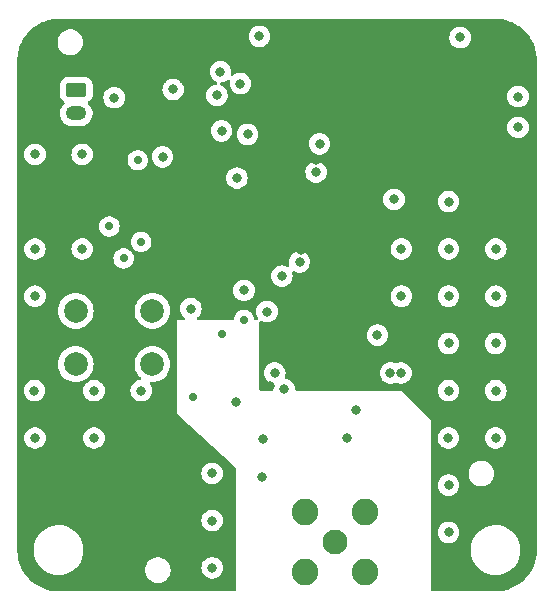
<source format=gbr>
%TF.GenerationSoftware,KiCad,Pcbnew,(6.0.4)*%
%TF.CreationDate,2022-08-25T17:00:53-03:00*%
%TF.ProjectId,rf-system-transmitter,72662d73-7973-4746-956d-2d7472616e73,rev?*%
%TF.SameCoordinates,Original*%
%TF.FileFunction,Copper,L3,Inr*%
%TF.FilePolarity,Positive*%
%FSLAX46Y46*%
G04 Gerber Fmt 4.6, Leading zero omitted, Abs format (unit mm)*
G04 Created by KiCad (PCBNEW (6.0.4)) date 2022-08-25 17:00:53*
%MOMM*%
%LPD*%
G01*
G04 APERTURE LIST*
G04 Aperture macros list*
%AMRoundRect*
0 Rectangle with rounded corners*
0 $1 Rounding radius*
0 $2 $3 $4 $5 $6 $7 $8 $9 X,Y pos of 4 corners*
0 Add a 4 corners polygon primitive as box body*
4,1,4,$2,$3,$4,$5,$6,$7,$8,$9,$2,$3,0*
0 Add four circle primitives for the rounded corners*
1,1,$1+$1,$2,$3*
1,1,$1+$1,$4,$5*
1,1,$1+$1,$6,$7*
1,1,$1+$1,$8,$9*
0 Add four rect primitives between the rounded corners*
20,1,$1+$1,$2,$3,$4,$5,0*
20,1,$1+$1,$4,$5,$6,$7,0*
20,1,$1+$1,$6,$7,$8,$9,0*
20,1,$1+$1,$8,$9,$2,$3,0*%
G04 Aperture macros list end*
%TA.AperFunction,ComponentPad*%
%ADD10RoundRect,0.250000X-0.625000X0.350000X-0.625000X-0.350000X0.625000X-0.350000X0.625000X0.350000X0*%
%TD*%
%TA.AperFunction,ComponentPad*%
%ADD11O,1.750000X1.200000*%
%TD*%
%TA.AperFunction,ComponentPad*%
%ADD12C,2.100000*%
%TD*%
%TA.AperFunction,ComponentPad*%
%ADD13C,2.250000*%
%TD*%
%TA.AperFunction,ComponentPad*%
%ADD14C,2.000000*%
%TD*%
%TA.AperFunction,ViaPad*%
%ADD15C,0.700000*%
%TD*%
%TA.AperFunction,ViaPad*%
%ADD16C,0.800000*%
%TD*%
G04 APERTURE END LIST*
D10*
%TO.N,GND*%
%TO.C,J1*%
X51500000Y-28525000D03*
D11*
%TO.N,+3V7*%
X51500000Y-30525000D03*
%TD*%
D12*
%TO.N,Net-(C13-Pad2)*%
%TO.C,J2*%
X73400000Y-66800000D03*
D13*
%TO.N,GND*%
X75950000Y-69350000D03*
X75950000Y-64250000D03*
X70850000Y-64250000D03*
X70850000Y-69350000D03*
%TD*%
D14*
%TO.N,NRST*%
%TO.C,SW1*%
X57950000Y-47250000D03*
X51450000Y-47250000D03*
%TO.N,GND*%
X57950000Y-51750000D03*
X51450000Y-51750000D03*
%TD*%
D15*
%TO.N,GND*%
X54300000Y-40100000D03*
D16*
X52000000Y-42000000D03*
X63400000Y-29000000D03*
X75200000Y-55600000D03*
X63000000Y-69000000D03*
X61200000Y-47050000D03*
X65000000Y-55000000D03*
X88900000Y-31700000D03*
X53000000Y-54000000D03*
D15*
X61400000Y-54500000D03*
D16*
X72100000Y-33100000D03*
X54700000Y-29200000D03*
X52000000Y-34000000D03*
X67650000Y-47300000D03*
X47960375Y-54000000D03*
X59700000Y-28500000D03*
X69100000Y-53900000D03*
X83020073Y-62000000D03*
X65400000Y-28000000D03*
X88900000Y-29100000D03*
X48000000Y-46000000D03*
X79020073Y-42000000D03*
X68300000Y-52500000D03*
X71800000Y-35500000D03*
X83015554Y-53998146D03*
X67300000Y-58100000D03*
X83020073Y-38000000D03*
X58800000Y-34200000D03*
X48000000Y-34000000D03*
X78400000Y-37800000D03*
X63700000Y-27000000D03*
D15*
X63800000Y-49200000D03*
D16*
X78100000Y-52500000D03*
X67200000Y-61300000D03*
X57000000Y-54000000D03*
X79020073Y-46000000D03*
X83020073Y-46000000D03*
D15*
X55500000Y-42800000D03*
D16*
X83000000Y-58000000D03*
X47993482Y-42000000D03*
X48000000Y-58000000D03*
D15*
X56700000Y-34500000D03*
D16*
X87020073Y-46000000D03*
X83020073Y-50000000D03*
X87000000Y-58000000D03*
X63800000Y-32000000D03*
X83020073Y-42000000D03*
X63000000Y-65000000D03*
X83020073Y-66000000D03*
X53000000Y-58000000D03*
X79000000Y-52500000D03*
X84000000Y-24100000D03*
X70400000Y-43100000D03*
X67000000Y-24000000D03*
X87020073Y-54000000D03*
X63000000Y-61000000D03*
D15*
X57000000Y-41400000D03*
D16*
X87000000Y-50000000D03*
X77000000Y-49300000D03*
X68900000Y-44300000D03*
X74400000Y-58000000D03*
X87020073Y-42000000D03*
%TO.N,+3V3*%
X78992988Y-50892899D03*
X63700000Y-25100000D03*
X78100000Y-50900000D03*
X61500000Y-29000000D03*
X88900000Y-34200000D03*
X71600000Y-43400000D03*
X68237500Y-27100000D03*
X55400000Y-44800000D03*
X60700000Y-33200000D03*
X71800000Y-34500000D03*
X67900000Y-53600000D03*
X70500000Y-42100000D03*
%TO.N,NRST*%
X65100000Y-36000000D03*
X66000000Y-32300000D03*
%TO.N,SPI_MOSI*%
X65700000Y-45500000D03*
D15*
X65700000Y-48000000D03*
%TD*%
%TA.AperFunction,Conductor*%
%TO.N,+3V3*%
G36*
X86970018Y-22510000D02*
G01*
X86984852Y-22512310D01*
X86984855Y-22512310D01*
X86993724Y-22513691D01*
X87002627Y-22512527D01*
X87002628Y-22512527D01*
X87013076Y-22511161D01*
X87035594Y-22510249D01*
X87336051Y-22525010D01*
X87348345Y-22526221D01*
X87675034Y-22574680D01*
X87687156Y-22577090D01*
X87781196Y-22600646D01*
X88007523Y-22657339D01*
X88019355Y-22660928D01*
X88330311Y-22772190D01*
X88341735Y-22776922D01*
X88409500Y-22808972D01*
X88640292Y-22918128D01*
X88651188Y-22923953D01*
X88792101Y-23008412D01*
X88934467Y-23093744D01*
X88944748Y-23100614D01*
X89210017Y-23297350D01*
X89219556Y-23305177D01*
X89464282Y-23526985D01*
X89473015Y-23535718D01*
X89694823Y-23780444D01*
X89702650Y-23789983D01*
X89796581Y-23916635D01*
X89899386Y-24055252D01*
X89906256Y-24065533D01*
X89922980Y-24093435D01*
X90034374Y-24279283D01*
X90076045Y-24348807D01*
X90081872Y-24359708D01*
X90116300Y-24432500D01*
X90223078Y-24658265D01*
X90227810Y-24669689D01*
X90339072Y-24980645D01*
X90342661Y-24992477D01*
X90374939Y-25121337D01*
X90412214Y-25270143D01*
X90422909Y-25312841D01*
X90425320Y-25324966D01*
X90460044Y-25559053D01*
X90473779Y-25651650D01*
X90474991Y-25663955D01*
X90489390Y-25957034D01*
X90488042Y-25982598D01*
X90486309Y-25993724D01*
X90487474Y-26002630D01*
X90490436Y-26025283D01*
X90491500Y-26041621D01*
X90491500Y-67450633D01*
X90490000Y-67470018D01*
X90486309Y-67493724D01*
X90487473Y-67502627D01*
X90487473Y-67502628D01*
X90488839Y-67513076D01*
X90489751Y-67535594D01*
X90483896Y-67654784D01*
X90474991Y-67836045D01*
X90473779Y-67848345D01*
X90432025Y-68129834D01*
X90425321Y-68175031D01*
X90422910Y-68187156D01*
X90416744Y-68211770D01*
X90342661Y-68507523D01*
X90339072Y-68519355D01*
X90227810Y-68830311D01*
X90223078Y-68841735D01*
X90148225Y-69000000D01*
X90087486Y-69128423D01*
X90081874Y-69140288D01*
X90076047Y-69151188D01*
X90014849Y-69253292D01*
X89906256Y-69434467D01*
X89899386Y-69444748D01*
X89888275Y-69459730D01*
X89702650Y-69710017D01*
X89694823Y-69719556D01*
X89520964Y-69911379D01*
X89473020Y-69964277D01*
X89464282Y-69973015D01*
X89219556Y-70194823D01*
X89210017Y-70202650D01*
X89015517Y-70346901D01*
X88944748Y-70399386D01*
X88934467Y-70406256D01*
X88792101Y-70491588D01*
X88651188Y-70576047D01*
X88640292Y-70581872D01*
X88505870Y-70645448D01*
X88341735Y-70723078D01*
X88330311Y-70727810D01*
X88019355Y-70839072D01*
X88007523Y-70842661D01*
X87781196Y-70899354D01*
X87687156Y-70922910D01*
X87675034Y-70925320D01*
X87348345Y-70973779D01*
X87336051Y-70974990D01*
X87042961Y-70989390D01*
X87017402Y-70988042D01*
X87006276Y-70986309D01*
X86974714Y-70990436D01*
X86958379Y-70991500D01*
X81626000Y-70991500D01*
X81557879Y-70971498D01*
X81511386Y-70917842D01*
X81500000Y-70865500D01*
X81500000Y-67632703D01*
X84890743Y-67632703D01*
X84891302Y-67636947D01*
X84891302Y-67636951D01*
X84903766Y-67731622D01*
X84928268Y-67917734D01*
X85004129Y-68195036D01*
X85005813Y-68198984D01*
X85085960Y-68386884D01*
X85116923Y-68459476D01*
X85264561Y-68706161D01*
X85444313Y-68930528D01*
X85652851Y-69128423D01*
X85886317Y-69296186D01*
X85890112Y-69298195D01*
X85890113Y-69298196D01*
X85911869Y-69309715D01*
X86140392Y-69430712D01*
X86410373Y-69529511D01*
X86691264Y-69590755D01*
X86719841Y-69593004D01*
X86914282Y-69608307D01*
X86914291Y-69608307D01*
X86916739Y-69608500D01*
X87072271Y-69608500D01*
X87074407Y-69608354D01*
X87074418Y-69608354D01*
X87282548Y-69594165D01*
X87282554Y-69594164D01*
X87286825Y-69593873D01*
X87291020Y-69593004D01*
X87291022Y-69593004D01*
X87561726Y-69536944D01*
X87568342Y-69535574D01*
X87839343Y-69439607D01*
X87960102Y-69377279D01*
X88091005Y-69309715D01*
X88091006Y-69309715D01*
X88094812Y-69307750D01*
X88098313Y-69305289D01*
X88098317Y-69305287D01*
X88212417Y-69225096D01*
X88330023Y-69142441D01*
X88487657Y-68995958D01*
X88537479Y-68949661D01*
X88537481Y-68949658D01*
X88540622Y-68946740D01*
X88722713Y-68724268D01*
X88872927Y-68479142D01*
X88878128Y-68467295D01*
X88986757Y-68219830D01*
X88988483Y-68215898D01*
X88991247Y-68206197D01*
X89066068Y-67943534D01*
X89067244Y-67939406D01*
X89107751Y-67654784D01*
X89107845Y-67636951D01*
X89109235Y-67371583D01*
X89109235Y-67371576D01*
X89109257Y-67367297D01*
X89071732Y-67082266D01*
X88995871Y-66804964D01*
X88883077Y-66540524D01*
X88735439Y-66293839D01*
X88555687Y-66069472D01*
X88365036Y-65888551D01*
X88350258Y-65874527D01*
X88350255Y-65874525D01*
X88347149Y-65871577D01*
X88113683Y-65703814D01*
X88096219Y-65694567D01*
X88068654Y-65679972D01*
X87859608Y-65569288D01*
X87589627Y-65470489D01*
X87308736Y-65409245D01*
X87277685Y-65406801D01*
X87085718Y-65391693D01*
X87085709Y-65391693D01*
X87083261Y-65391500D01*
X86927729Y-65391500D01*
X86925593Y-65391646D01*
X86925582Y-65391646D01*
X86717452Y-65405835D01*
X86717446Y-65405836D01*
X86713175Y-65406127D01*
X86708980Y-65406996D01*
X86708978Y-65406996D01*
X86572416Y-65435277D01*
X86431658Y-65464426D01*
X86160657Y-65560393D01*
X85905188Y-65692250D01*
X85901687Y-65694711D01*
X85901683Y-65694713D01*
X85891594Y-65701804D01*
X85669977Y-65857559D01*
X85615158Y-65908500D01*
X85509628Y-66006565D01*
X85459378Y-66053260D01*
X85277287Y-66275732D01*
X85127073Y-66520858D01*
X85011517Y-66784102D01*
X85010342Y-66788229D01*
X85010341Y-66788230D01*
X85006988Y-66800000D01*
X84932756Y-67060594D01*
X84892249Y-67345216D01*
X84892227Y-67349505D01*
X84892226Y-67349512D01*
X84890765Y-67628417D01*
X84890743Y-67632703D01*
X81500000Y-67632703D01*
X81500000Y-66000000D01*
X82106569Y-66000000D01*
X82126531Y-66189928D01*
X82185546Y-66371556D01*
X82281033Y-66536944D01*
X82285451Y-66541851D01*
X82285452Y-66541852D01*
X82404398Y-66673955D01*
X82408820Y-66678866D01*
X82563321Y-66791118D01*
X82569349Y-66793802D01*
X82569351Y-66793803D01*
X82603716Y-66809103D01*
X82737785Y-66868794D01*
X82831186Y-66888647D01*
X82918129Y-66907128D01*
X82918134Y-66907128D01*
X82924586Y-66908500D01*
X83115560Y-66908500D01*
X83122012Y-66907128D01*
X83122017Y-66907128D01*
X83208960Y-66888647D01*
X83302361Y-66868794D01*
X83436430Y-66809103D01*
X83470795Y-66793803D01*
X83470797Y-66793802D01*
X83476825Y-66791118D01*
X83631326Y-66678866D01*
X83635748Y-66673955D01*
X83754694Y-66541852D01*
X83754695Y-66541851D01*
X83759113Y-66536944D01*
X83854600Y-66371556D01*
X83913615Y-66189928D01*
X83933577Y-66000000D01*
X83923816Y-65907128D01*
X83914305Y-65816635D01*
X83914305Y-65816633D01*
X83913615Y-65810072D01*
X83854600Y-65628444D01*
X83759113Y-65463056D01*
X83711484Y-65410158D01*
X83635748Y-65326045D01*
X83635747Y-65326044D01*
X83631326Y-65321134D01*
X83476825Y-65208882D01*
X83470797Y-65206198D01*
X83470795Y-65206197D01*
X83308392Y-65133891D01*
X83308391Y-65133891D01*
X83302361Y-65131206D01*
X83208961Y-65111353D01*
X83122017Y-65092872D01*
X83122012Y-65092872D01*
X83115560Y-65091500D01*
X82924586Y-65091500D01*
X82918134Y-65092872D01*
X82918129Y-65092872D01*
X82831185Y-65111353D01*
X82737785Y-65131206D01*
X82731755Y-65133891D01*
X82731754Y-65133891D01*
X82569351Y-65206197D01*
X82569349Y-65206198D01*
X82563321Y-65208882D01*
X82408820Y-65321134D01*
X82404399Y-65326044D01*
X82404398Y-65326045D01*
X82328663Y-65410158D01*
X82281033Y-65463056D01*
X82185546Y-65628444D01*
X82126531Y-65810072D01*
X82125841Y-65816633D01*
X82125841Y-65816635D01*
X82116330Y-65907128D01*
X82106569Y-66000000D01*
X81500000Y-66000000D01*
X81500000Y-62000000D01*
X82106569Y-62000000D01*
X82107259Y-62006565D01*
X82115782Y-62087653D01*
X82126531Y-62189928D01*
X82185546Y-62371556D01*
X82281033Y-62536944D01*
X82285451Y-62541851D01*
X82285452Y-62541852D01*
X82366281Y-62631622D01*
X82408820Y-62678866D01*
X82563321Y-62791118D01*
X82569349Y-62793802D01*
X82569351Y-62793803D01*
X82731754Y-62866109D01*
X82737785Y-62868794D01*
X82831186Y-62888647D01*
X82918129Y-62907128D01*
X82918134Y-62907128D01*
X82924586Y-62908500D01*
X83115560Y-62908500D01*
X83122012Y-62907128D01*
X83122017Y-62907128D01*
X83208960Y-62888647D01*
X83302361Y-62868794D01*
X83308392Y-62866109D01*
X83470795Y-62793803D01*
X83470797Y-62793802D01*
X83476825Y-62791118D01*
X83631326Y-62678866D01*
X83673865Y-62631622D01*
X83754694Y-62541852D01*
X83754695Y-62541851D01*
X83759113Y-62536944D01*
X83854600Y-62371556D01*
X83913615Y-62189928D01*
X83924365Y-62087653D01*
X83932887Y-62006565D01*
X83933577Y-62000000D01*
X83917012Y-61842392D01*
X83914305Y-61816635D01*
X83914305Y-61816633D01*
X83913615Y-61810072D01*
X83854600Y-61628444D01*
X83847935Y-61616899D01*
X83798471Y-61531226D01*
X83759113Y-61463056D01*
X83631326Y-61321134D01*
X83476825Y-61208882D01*
X83470797Y-61206198D01*
X83470795Y-61206197D01*
X83308392Y-61133891D01*
X83308391Y-61133891D01*
X83302361Y-61131206D01*
X83202934Y-61110072D01*
X83122017Y-61092872D01*
X83122012Y-61092872D01*
X83115560Y-61091500D01*
X82924586Y-61091500D01*
X82918134Y-61092872D01*
X82918129Y-61092872D01*
X82837212Y-61110072D01*
X82737785Y-61131206D01*
X82731755Y-61133891D01*
X82731754Y-61133891D01*
X82569351Y-61206197D01*
X82569349Y-61206198D01*
X82563321Y-61208882D01*
X82408820Y-61321134D01*
X82281033Y-61463056D01*
X82241675Y-61531226D01*
X82192212Y-61616899D01*
X82185546Y-61628444D01*
X82126531Y-61810072D01*
X82125841Y-61816633D01*
X82125841Y-61816635D01*
X82123134Y-61842392D01*
X82106569Y-62000000D01*
X81500000Y-62000000D01*
X81500000Y-60971489D01*
X84711227Y-60971489D01*
X84713096Y-61000000D01*
X84724263Y-61170380D01*
X84725684Y-61175976D01*
X84725685Y-61175981D01*
X84761564Y-61317251D01*
X84773326Y-61363564D01*
X84775743Y-61368807D01*
X84812265Y-61448029D01*
X84856772Y-61544573D01*
X84860105Y-61549289D01*
X84946515Y-61671556D01*
X84971807Y-61707344D01*
X84975949Y-61711379D01*
X85083998Y-61816635D01*
X85114578Y-61846425D01*
X85280304Y-61957160D01*
X85285607Y-61959438D01*
X85285610Y-61959440D01*
X85458128Y-62033559D01*
X85463435Y-62035839D01*
X85535516Y-62052149D01*
X85652201Y-62078553D01*
X85652207Y-62078554D01*
X85657838Y-62079828D01*
X85663609Y-62080055D01*
X85663611Y-62080055D01*
X85724556Y-62082449D01*
X85857001Y-62087653D01*
X85956959Y-62073160D01*
X86048535Y-62059883D01*
X86048540Y-62059882D01*
X86054256Y-62059053D01*
X86059728Y-62057195D01*
X86059730Y-62057195D01*
X86237532Y-61996839D01*
X86237534Y-61996838D01*
X86242996Y-61994984D01*
X86416899Y-61897594D01*
X86570143Y-61770143D01*
X86650141Y-61673955D01*
X86693903Y-61621337D01*
X86697594Y-61616899D01*
X86794984Y-61442996D01*
X86859053Y-61254256D01*
X86859882Y-61248540D01*
X86859883Y-61248535D01*
X86882651Y-61091500D01*
X86887653Y-61057001D01*
X86889146Y-61000000D01*
X86870908Y-60801519D01*
X86860061Y-60763056D01*
X86818373Y-60615244D01*
X86818372Y-60615242D01*
X86816805Y-60609685D01*
X86803746Y-60583202D01*
X86731205Y-60436104D01*
X86728650Y-60430923D01*
X86609393Y-60271219D01*
X86463030Y-60135922D01*
X86458147Y-60132841D01*
X86458143Y-60132838D01*
X86299346Y-60032645D01*
X86299341Y-60032643D01*
X86294462Y-60029564D01*
X86109334Y-59955705D01*
X85913847Y-59916820D01*
X85908072Y-59916744D01*
X85908068Y-59916744D01*
X85808588Y-59915442D01*
X85714547Y-59914211D01*
X85708850Y-59915190D01*
X85708849Y-59915190D01*
X85692805Y-59917947D01*
X85518108Y-59947966D01*
X85331111Y-60016953D01*
X85326149Y-60019905D01*
X85203502Y-60092872D01*
X85159816Y-60118862D01*
X85009961Y-60250281D01*
X84886565Y-60406809D01*
X84883876Y-60411920D01*
X84883874Y-60411923D01*
X84833401Y-60507857D01*
X84793760Y-60583202D01*
X84761334Y-60687631D01*
X84737914Y-60763056D01*
X84734654Y-60773554D01*
X84711227Y-60971489D01*
X81500000Y-60971489D01*
X81500000Y-58000000D01*
X82086496Y-58000000D01*
X82106458Y-58189928D01*
X82165473Y-58371556D01*
X82260960Y-58536944D01*
X82388747Y-58678866D01*
X82487843Y-58750864D01*
X82526385Y-58778866D01*
X82543248Y-58791118D01*
X82549276Y-58793802D01*
X82549278Y-58793803D01*
X82711681Y-58866109D01*
X82717712Y-58868794D01*
X82811113Y-58888647D01*
X82898056Y-58907128D01*
X82898061Y-58907128D01*
X82904513Y-58908500D01*
X83095487Y-58908500D01*
X83101939Y-58907128D01*
X83101944Y-58907128D01*
X83188887Y-58888647D01*
X83282288Y-58868794D01*
X83288319Y-58866109D01*
X83450722Y-58793803D01*
X83450724Y-58793802D01*
X83456752Y-58791118D01*
X83473616Y-58778866D01*
X83512157Y-58750864D01*
X83611253Y-58678866D01*
X83739040Y-58536944D01*
X83834527Y-58371556D01*
X83893542Y-58189928D01*
X83913504Y-58000000D01*
X86086496Y-58000000D01*
X86106458Y-58189928D01*
X86165473Y-58371556D01*
X86260960Y-58536944D01*
X86388747Y-58678866D01*
X86487843Y-58750864D01*
X86526385Y-58778866D01*
X86543248Y-58791118D01*
X86549276Y-58793802D01*
X86549278Y-58793803D01*
X86711681Y-58866109D01*
X86717712Y-58868794D01*
X86811113Y-58888647D01*
X86898056Y-58907128D01*
X86898061Y-58907128D01*
X86904513Y-58908500D01*
X87095487Y-58908500D01*
X87101939Y-58907128D01*
X87101944Y-58907128D01*
X87188887Y-58888647D01*
X87282288Y-58868794D01*
X87288319Y-58866109D01*
X87450722Y-58793803D01*
X87450724Y-58793802D01*
X87456752Y-58791118D01*
X87473616Y-58778866D01*
X87512157Y-58750864D01*
X87611253Y-58678866D01*
X87739040Y-58536944D01*
X87834527Y-58371556D01*
X87893542Y-58189928D01*
X87913504Y-58000000D01*
X87893542Y-57810072D01*
X87834527Y-57628444D01*
X87739040Y-57463056D01*
X87611253Y-57321134D01*
X87456752Y-57208882D01*
X87450724Y-57206198D01*
X87450722Y-57206197D01*
X87288319Y-57133891D01*
X87288318Y-57133891D01*
X87282288Y-57131206D01*
X87188888Y-57111353D01*
X87101944Y-57092872D01*
X87101939Y-57092872D01*
X87095487Y-57091500D01*
X86904513Y-57091500D01*
X86898061Y-57092872D01*
X86898056Y-57092872D01*
X86811112Y-57111353D01*
X86717712Y-57131206D01*
X86711682Y-57133891D01*
X86711681Y-57133891D01*
X86549278Y-57206197D01*
X86549276Y-57206198D01*
X86543248Y-57208882D01*
X86388747Y-57321134D01*
X86260960Y-57463056D01*
X86165473Y-57628444D01*
X86106458Y-57810072D01*
X86086496Y-58000000D01*
X83913504Y-58000000D01*
X83893542Y-57810072D01*
X83834527Y-57628444D01*
X83739040Y-57463056D01*
X83611253Y-57321134D01*
X83456752Y-57208882D01*
X83450724Y-57206198D01*
X83450722Y-57206197D01*
X83288319Y-57133891D01*
X83288318Y-57133891D01*
X83282288Y-57131206D01*
X83188888Y-57111353D01*
X83101944Y-57092872D01*
X83101939Y-57092872D01*
X83095487Y-57091500D01*
X82904513Y-57091500D01*
X82898061Y-57092872D01*
X82898056Y-57092872D01*
X82811112Y-57111353D01*
X82717712Y-57131206D01*
X82711682Y-57133891D01*
X82711681Y-57133891D01*
X82549278Y-57206197D01*
X82549276Y-57206198D01*
X82543248Y-57208882D01*
X82388747Y-57321134D01*
X82260960Y-57463056D01*
X82165473Y-57628444D01*
X82106458Y-57810072D01*
X82086496Y-58000000D01*
X81500000Y-58000000D01*
X81500000Y-56500000D01*
X79000000Y-54000000D01*
X70137466Y-54000000D01*
X70131152Y-53998146D01*
X82102050Y-53998146D01*
X82102740Y-54004711D01*
X82111697Y-54089928D01*
X82122012Y-54188074D01*
X82181027Y-54369702D01*
X82184330Y-54375424D01*
X82184331Y-54375425D01*
X82218240Y-54434156D01*
X82276514Y-54535090D01*
X82280932Y-54539997D01*
X82280933Y-54539998D01*
X82315930Y-54578866D01*
X82404301Y-54677012D01*
X82424242Y-54691500D01*
X82530628Y-54768794D01*
X82558802Y-54789264D01*
X82564830Y-54791948D01*
X82564832Y-54791949D01*
X82697704Y-54851107D01*
X82733266Y-54866940D01*
X82826667Y-54886793D01*
X82913610Y-54905274D01*
X82913615Y-54905274D01*
X82920067Y-54906646D01*
X83111041Y-54906646D01*
X83117493Y-54905274D01*
X83117498Y-54905274D01*
X83204441Y-54886793D01*
X83297842Y-54866940D01*
X83333404Y-54851107D01*
X83466276Y-54791949D01*
X83466278Y-54791948D01*
X83472306Y-54789264D01*
X83500481Y-54768794D01*
X83606866Y-54691500D01*
X83626807Y-54677012D01*
X83715178Y-54578866D01*
X83750175Y-54539998D01*
X83750176Y-54539997D01*
X83754594Y-54535090D01*
X83812868Y-54434156D01*
X83846777Y-54375425D01*
X83846778Y-54375424D01*
X83850081Y-54369702D01*
X83909096Y-54188074D01*
X83919412Y-54089928D01*
X83928368Y-54004711D01*
X83928863Y-54000000D01*
X86106569Y-54000000D01*
X86126531Y-54189928D01*
X86185546Y-54371556D01*
X86281033Y-54536944D01*
X86408820Y-54678866D01*
X86563321Y-54791118D01*
X86569349Y-54793802D01*
X86569351Y-54793803D01*
X86698059Y-54851107D01*
X86737785Y-54868794D01*
X86831185Y-54888647D01*
X86918129Y-54907128D01*
X86918134Y-54907128D01*
X86924586Y-54908500D01*
X87115560Y-54908500D01*
X87122012Y-54907128D01*
X87122017Y-54907128D01*
X87208960Y-54888647D01*
X87302361Y-54868794D01*
X87342087Y-54851107D01*
X87470795Y-54793803D01*
X87470797Y-54793802D01*
X87476825Y-54791118D01*
X87631326Y-54678866D01*
X87759113Y-54536944D01*
X87854600Y-54371556D01*
X87913615Y-54189928D01*
X87933577Y-54000000D01*
X87913615Y-53810072D01*
X87854600Y-53628444D01*
X87850226Y-53620867D01*
X87815925Y-53561457D01*
X87759113Y-53463056D01*
X87753025Y-53456294D01*
X87635748Y-53326045D01*
X87635747Y-53326044D01*
X87631326Y-53321134D01*
X87500448Y-53226045D01*
X87482167Y-53212763D01*
X87482166Y-53212762D01*
X87476825Y-53208882D01*
X87470797Y-53206198D01*
X87470795Y-53206197D01*
X87308392Y-53133891D01*
X87308391Y-53133891D01*
X87302361Y-53131206D01*
X87208960Y-53111353D01*
X87122017Y-53092872D01*
X87122012Y-53092872D01*
X87115560Y-53091500D01*
X86924586Y-53091500D01*
X86918134Y-53092872D01*
X86918129Y-53092872D01*
X86831186Y-53111353D01*
X86737785Y-53131206D01*
X86731755Y-53133891D01*
X86731754Y-53133891D01*
X86569351Y-53206197D01*
X86569349Y-53206198D01*
X86563321Y-53208882D01*
X86557980Y-53212762D01*
X86557979Y-53212763D01*
X86539698Y-53226045D01*
X86408820Y-53321134D01*
X86404399Y-53326044D01*
X86404398Y-53326045D01*
X86287122Y-53456294D01*
X86281033Y-53463056D01*
X86224221Y-53561457D01*
X86189921Y-53620867D01*
X86185546Y-53628444D01*
X86126531Y-53810072D01*
X86106569Y-54000000D01*
X83928863Y-54000000D01*
X83929058Y-53998146D01*
X83916010Y-53874000D01*
X83909786Y-53814781D01*
X83909786Y-53814779D01*
X83909096Y-53808218D01*
X83850081Y-53626590D01*
X83754594Y-53461202D01*
X83626807Y-53319280D01*
X83472306Y-53207028D01*
X83466278Y-53204344D01*
X83466276Y-53204343D01*
X83303873Y-53132037D01*
X83303872Y-53132037D01*
X83297842Y-53129352D01*
X83188907Y-53106197D01*
X83117498Y-53091018D01*
X83117493Y-53091018D01*
X83111041Y-53089646D01*
X82920067Y-53089646D01*
X82913615Y-53091018D01*
X82913610Y-53091018D01*
X82842201Y-53106197D01*
X82733266Y-53129352D01*
X82727236Y-53132037D01*
X82727235Y-53132037D01*
X82564832Y-53204343D01*
X82564830Y-53204344D01*
X82558802Y-53207028D01*
X82404301Y-53319280D01*
X82276514Y-53461202D01*
X82181027Y-53626590D01*
X82122012Y-53808218D01*
X82121322Y-53814779D01*
X82121322Y-53814781D01*
X82115098Y-53874000D01*
X82102050Y-53998146D01*
X70131152Y-53998146D01*
X70069345Y-53979998D01*
X70022852Y-53926342D01*
X70012156Y-53887171D01*
X69994232Y-53716635D01*
X69994232Y-53716633D01*
X69993542Y-53710072D01*
X69934527Y-53528444D01*
X69839040Y-53363056D01*
X69776974Y-53294124D01*
X69715675Y-53226045D01*
X69715674Y-53226044D01*
X69711253Y-53221134D01*
X69585590Y-53129834D01*
X69562094Y-53112763D01*
X69562093Y-53112762D01*
X69556752Y-53108882D01*
X69550724Y-53106198D01*
X69550722Y-53106197D01*
X69388319Y-53033891D01*
X69388318Y-53033891D01*
X69382288Y-53031206D01*
X69238889Y-53000725D01*
X69176417Y-52966998D01*
X69142095Y-52904848D01*
X69145254Y-52838543D01*
X69191502Y-52696206D01*
X69193542Y-52689928D01*
X69213504Y-52500000D01*
X77186496Y-52500000D01*
X77206458Y-52689928D01*
X77265473Y-52871556D01*
X77360960Y-53036944D01*
X77365378Y-53041851D01*
X77365379Y-53041852D01*
X77425733Y-53108882D01*
X77488747Y-53178866D01*
X77643248Y-53291118D01*
X77649276Y-53293802D01*
X77649278Y-53293803D01*
X77804824Y-53363056D01*
X77817712Y-53368794D01*
X77906243Y-53387612D01*
X77998056Y-53407128D01*
X77998061Y-53407128D01*
X78004513Y-53408500D01*
X78195487Y-53408500D01*
X78201939Y-53407128D01*
X78201944Y-53407128D01*
X78293757Y-53387612D01*
X78382288Y-53368794D01*
X78406200Y-53358148D01*
X78417493Y-53353120D01*
X78498752Y-53316941D01*
X78569118Y-53307507D01*
X78601246Y-53316940D01*
X78682507Y-53353120D01*
X78693801Y-53358148D01*
X78717712Y-53368794D01*
X78806243Y-53387612D01*
X78898056Y-53407128D01*
X78898061Y-53407128D01*
X78904513Y-53408500D01*
X79095487Y-53408500D01*
X79101939Y-53407128D01*
X79101944Y-53407128D01*
X79193757Y-53387612D01*
X79282288Y-53368794D01*
X79295176Y-53363056D01*
X79450722Y-53293803D01*
X79450724Y-53293802D01*
X79456752Y-53291118D01*
X79611253Y-53178866D01*
X79674267Y-53108882D01*
X79734621Y-53041852D01*
X79734622Y-53041851D01*
X79739040Y-53036944D01*
X79834527Y-52871556D01*
X79893542Y-52689928D01*
X79913504Y-52500000D01*
X79893542Y-52310072D01*
X79834527Y-52128444D01*
X79739040Y-51963056D01*
X79611253Y-51821134D01*
X79456752Y-51708882D01*
X79450724Y-51706198D01*
X79450722Y-51706197D01*
X79288319Y-51633891D01*
X79288318Y-51633891D01*
X79282288Y-51631206D01*
X79188887Y-51611353D01*
X79101944Y-51592872D01*
X79101939Y-51592872D01*
X79095487Y-51591500D01*
X78904513Y-51591500D01*
X78898061Y-51592872D01*
X78898056Y-51592872D01*
X78811113Y-51611353D01*
X78717712Y-51631206D01*
X78601248Y-51683059D01*
X78530882Y-51692493D01*
X78498754Y-51683060D01*
X78382288Y-51631206D01*
X78288887Y-51611353D01*
X78201944Y-51592872D01*
X78201939Y-51592872D01*
X78195487Y-51591500D01*
X78004513Y-51591500D01*
X77998061Y-51592872D01*
X77998056Y-51592872D01*
X77911113Y-51611353D01*
X77817712Y-51631206D01*
X77811682Y-51633891D01*
X77811681Y-51633891D01*
X77649278Y-51706197D01*
X77649276Y-51706198D01*
X77643248Y-51708882D01*
X77488747Y-51821134D01*
X77360960Y-51963056D01*
X77265473Y-52128444D01*
X77206458Y-52310072D01*
X77186496Y-52500000D01*
X69213504Y-52500000D01*
X69193542Y-52310072D01*
X69134527Y-52128444D01*
X69039040Y-51963056D01*
X68911253Y-51821134D01*
X68756752Y-51708882D01*
X68750724Y-51706198D01*
X68750722Y-51706197D01*
X68588319Y-51633891D01*
X68588318Y-51633891D01*
X68582288Y-51631206D01*
X68488887Y-51611353D01*
X68401944Y-51592872D01*
X68401939Y-51592872D01*
X68395487Y-51591500D01*
X68204513Y-51591500D01*
X68198061Y-51592872D01*
X68198056Y-51592872D01*
X68111113Y-51611353D01*
X68017712Y-51631206D01*
X68011682Y-51633891D01*
X68011681Y-51633891D01*
X67849278Y-51706197D01*
X67849276Y-51706198D01*
X67843248Y-51708882D01*
X67688747Y-51821134D01*
X67560960Y-51963056D01*
X67465473Y-52128444D01*
X67406458Y-52310072D01*
X67386496Y-52500000D01*
X67406458Y-52689928D01*
X67465473Y-52871556D01*
X67560960Y-53036944D01*
X67565378Y-53041851D01*
X67565379Y-53041852D01*
X67625733Y-53108882D01*
X67688747Y-53178866D01*
X67843248Y-53291118D01*
X67849276Y-53293802D01*
X67849278Y-53293803D01*
X68004824Y-53363056D01*
X68017712Y-53368794D01*
X68161111Y-53399275D01*
X68223583Y-53433002D01*
X68257905Y-53495152D01*
X68254746Y-53561457D01*
X68206458Y-53710072D01*
X68205768Y-53716633D01*
X68205768Y-53716635D01*
X68187844Y-53887171D01*
X68160831Y-53952828D01*
X68102609Y-53993457D01*
X68062534Y-54000000D01*
X67126000Y-54000000D01*
X67057879Y-53979998D01*
X67011386Y-53926342D01*
X67000000Y-53874000D01*
X67000000Y-49300000D01*
X76086496Y-49300000D01*
X76087186Y-49306565D01*
X76104235Y-49468774D01*
X76106458Y-49489928D01*
X76165473Y-49671556D01*
X76168776Y-49677278D01*
X76168777Y-49677279D01*
X76202686Y-49736010D01*
X76260960Y-49836944D01*
X76388747Y-49978866D01*
X76543248Y-50091118D01*
X76549276Y-50093802D01*
X76549278Y-50093803D01*
X76711681Y-50166109D01*
X76717712Y-50168794D01*
X76786263Y-50183365D01*
X76898056Y-50207128D01*
X76898061Y-50207128D01*
X76904513Y-50208500D01*
X77095487Y-50208500D01*
X77101939Y-50207128D01*
X77101944Y-50207128D01*
X77213737Y-50183365D01*
X77282288Y-50168794D01*
X77288319Y-50166109D01*
X77450722Y-50093803D01*
X77450724Y-50093802D01*
X77456752Y-50091118D01*
X77582165Y-50000000D01*
X82106569Y-50000000D01*
X82107259Y-50006565D01*
X82124028Y-50166109D01*
X82126531Y-50189928D01*
X82185546Y-50371556D01*
X82281033Y-50536944D01*
X82408820Y-50678866D01*
X82563321Y-50791118D01*
X82569349Y-50793802D01*
X82569351Y-50793803D01*
X82731754Y-50866109D01*
X82737785Y-50868794D01*
X82831185Y-50888647D01*
X82918129Y-50907128D01*
X82918134Y-50907128D01*
X82924586Y-50908500D01*
X83115560Y-50908500D01*
X83122012Y-50907128D01*
X83122017Y-50907128D01*
X83208960Y-50888647D01*
X83302361Y-50868794D01*
X83308392Y-50866109D01*
X83470795Y-50793803D01*
X83470797Y-50793802D01*
X83476825Y-50791118D01*
X83631326Y-50678866D01*
X83759113Y-50536944D01*
X83854600Y-50371556D01*
X83913615Y-50189928D01*
X83916119Y-50166109D01*
X83932887Y-50006565D01*
X83933577Y-50000000D01*
X86086496Y-50000000D01*
X86087186Y-50006565D01*
X86103955Y-50166109D01*
X86106458Y-50189928D01*
X86165473Y-50371556D01*
X86260960Y-50536944D01*
X86388747Y-50678866D01*
X86543248Y-50791118D01*
X86549276Y-50793802D01*
X86549278Y-50793803D01*
X86711681Y-50866109D01*
X86717712Y-50868794D01*
X86811112Y-50888647D01*
X86898056Y-50907128D01*
X86898061Y-50907128D01*
X86904513Y-50908500D01*
X87095487Y-50908500D01*
X87101939Y-50907128D01*
X87101944Y-50907128D01*
X87188887Y-50888647D01*
X87282288Y-50868794D01*
X87288319Y-50866109D01*
X87450722Y-50793803D01*
X87450724Y-50793802D01*
X87456752Y-50791118D01*
X87611253Y-50678866D01*
X87739040Y-50536944D01*
X87834527Y-50371556D01*
X87893542Y-50189928D01*
X87896046Y-50166109D01*
X87912814Y-50006565D01*
X87913504Y-50000000D01*
X87896846Y-49841504D01*
X87894232Y-49816635D01*
X87894232Y-49816633D01*
X87893542Y-49810072D01*
X87834527Y-49628444D01*
X87739040Y-49463056D01*
X87663784Y-49379475D01*
X87615675Y-49326045D01*
X87615674Y-49326044D01*
X87611253Y-49321134D01*
X87456752Y-49208882D01*
X87450724Y-49206198D01*
X87450722Y-49206197D01*
X87288319Y-49133891D01*
X87288318Y-49133891D01*
X87282288Y-49131206D01*
X87182861Y-49110072D01*
X87101944Y-49092872D01*
X87101939Y-49092872D01*
X87095487Y-49091500D01*
X86904513Y-49091500D01*
X86898061Y-49092872D01*
X86898056Y-49092872D01*
X86817139Y-49110072D01*
X86717712Y-49131206D01*
X86711682Y-49133891D01*
X86711681Y-49133891D01*
X86549278Y-49206197D01*
X86549276Y-49206198D01*
X86543248Y-49208882D01*
X86388747Y-49321134D01*
X86384326Y-49326044D01*
X86384325Y-49326045D01*
X86336217Y-49379475D01*
X86260960Y-49463056D01*
X86165473Y-49628444D01*
X86106458Y-49810072D01*
X86105768Y-49816633D01*
X86105768Y-49816635D01*
X86103154Y-49841504D01*
X86086496Y-50000000D01*
X83933577Y-50000000D01*
X83916919Y-49841504D01*
X83914305Y-49816635D01*
X83914305Y-49816633D01*
X83913615Y-49810072D01*
X83854600Y-49628444D01*
X83759113Y-49463056D01*
X83683857Y-49379475D01*
X83635748Y-49326045D01*
X83635747Y-49326044D01*
X83631326Y-49321134D01*
X83476825Y-49208882D01*
X83470797Y-49206198D01*
X83470795Y-49206197D01*
X83308392Y-49133891D01*
X83308391Y-49133891D01*
X83302361Y-49131206D01*
X83202934Y-49110072D01*
X83122017Y-49092872D01*
X83122012Y-49092872D01*
X83115560Y-49091500D01*
X82924586Y-49091500D01*
X82918134Y-49092872D01*
X82918129Y-49092872D01*
X82837212Y-49110072D01*
X82737785Y-49131206D01*
X82731755Y-49133891D01*
X82731754Y-49133891D01*
X82569351Y-49206197D01*
X82569349Y-49206198D01*
X82563321Y-49208882D01*
X82408820Y-49321134D01*
X82404399Y-49326044D01*
X82404398Y-49326045D01*
X82356290Y-49379475D01*
X82281033Y-49463056D01*
X82185546Y-49628444D01*
X82126531Y-49810072D01*
X82125841Y-49816633D01*
X82125841Y-49816635D01*
X82123227Y-49841504D01*
X82106569Y-50000000D01*
X77582165Y-50000000D01*
X77611253Y-49978866D01*
X77739040Y-49836944D01*
X77797314Y-49736010D01*
X77831223Y-49677279D01*
X77831224Y-49677278D01*
X77834527Y-49671556D01*
X77893542Y-49489928D01*
X77895766Y-49468774D01*
X77912814Y-49306565D01*
X77913504Y-49300000D01*
X77902994Y-49200000D01*
X77894232Y-49116635D01*
X77894232Y-49116633D01*
X77893542Y-49110072D01*
X77834527Y-48928444D01*
X77739040Y-48763056D01*
X77611253Y-48621134D01*
X77456752Y-48508882D01*
X77450724Y-48506198D01*
X77450722Y-48506197D01*
X77288319Y-48433891D01*
X77288318Y-48433891D01*
X77282288Y-48431206D01*
X77188887Y-48411353D01*
X77101944Y-48392872D01*
X77101939Y-48392872D01*
X77095487Y-48391500D01*
X76904513Y-48391500D01*
X76898061Y-48392872D01*
X76898056Y-48392872D01*
X76811113Y-48411353D01*
X76717712Y-48431206D01*
X76711682Y-48433891D01*
X76711681Y-48433891D01*
X76549278Y-48506197D01*
X76549276Y-48506198D01*
X76543248Y-48508882D01*
X76388747Y-48621134D01*
X76260960Y-48763056D01*
X76165473Y-48928444D01*
X76106458Y-49110072D01*
X76105768Y-49116633D01*
X76105768Y-49116635D01*
X76097006Y-49200000D01*
X76086496Y-49300000D01*
X67000000Y-49300000D01*
X67000000Y-48196988D01*
X67020002Y-48128867D01*
X67073658Y-48082374D01*
X67143932Y-48072270D01*
X67188572Y-48087721D01*
X67193248Y-48091118D01*
X67199275Y-48093801D01*
X67199276Y-48093802D01*
X67361681Y-48166109D01*
X67367712Y-48168794D01*
X67461113Y-48188647D01*
X67548056Y-48207128D01*
X67548061Y-48207128D01*
X67554513Y-48208500D01*
X67745487Y-48208500D01*
X67751939Y-48207128D01*
X67751944Y-48207128D01*
X67838887Y-48188647D01*
X67932288Y-48168794D01*
X67938319Y-48166109D01*
X68100722Y-48093803D01*
X68100724Y-48093802D01*
X68106752Y-48091118D01*
X68261253Y-47978866D01*
X68333145Y-47899022D01*
X68384621Y-47841852D01*
X68384622Y-47841851D01*
X68389040Y-47836944D01*
X68484527Y-47671556D01*
X68543542Y-47489928D01*
X68563504Y-47300000D01*
X68557190Y-47239928D01*
X68544232Y-47116635D01*
X68544232Y-47116633D01*
X68543542Y-47110072D01*
X68484527Y-46928444D01*
X68389040Y-46763056D01*
X68261253Y-46621134D01*
X68106752Y-46508882D01*
X68100724Y-46506198D01*
X68100722Y-46506197D01*
X67938319Y-46433891D01*
X67938318Y-46433891D01*
X67932288Y-46431206D01*
X67838887Y-46411353D01*
X67751944Y-46392872D01*
X67751939Y-46392872D01*
X67745487Y-46391500D01*
X67554513Y-46391500D01*
X67548061Y-46392872D01*
X67548056Y-46392872D01*
X67461113Y-46411353D01*
X67367712Y-46431206D01*
X67361682Y-46433891D01*
X67361681Y-46433891D01*
X67199278Y-46506197D01*
X67199276Y-46506198D01*
X67193248Y-46508882D01*
X67038747Y-46621134D01*
X66910960Y-46763056D01*
X66815473Y-46928444D01*
X66756458Y-47110072D01*
X66755768Y-47116633D01*
X66755768Y-47116635D01*
X66742810Y-47239928D01*
X66736496Y-47300000D01*
X66756458Y-47489928D01*
X66815473Y-47671556D01*
X66818776Y-47677278D01*
X66818777Y-47677279D01*
X66895981Y-47811000D01*
X66912719Y-47879995D01*
X66889499Y-47947087D01*
X66833691Y-47990974D01*
X66786862Y-48000000D01*
X66676680Y-48000000D01*
X66608559Y-47979998D01*
X66562066Y-47926342D01*
X66551370Y-47887171D01*
X66545055Y-47827089D01*
X66545055Y-47827088D01*
X66544365Y-47820525D01*
X66534931Y-47791488D01*
X66490641Y-47655178D01*
X66488599Y-47648893D01*
X66398367Y-47492607D01*
X66390046Y-47483365D01*
X66282035Y-47363407D01*
X66282034Y-47363406D01*
X66277613Y-47358496D01*
X66206137Y-47306565D01*
X66136957Y-47256303D01*
X66136956Y-47256302D01*
X66131615Y-47252422D01*
X66125587Y-47249738D01*
X66125585Y-47249737D01*
X65972783Y-47181705D01*
X65972781Y-47181705D01*
X65966752Y-47179020D01*
X65878492Y-47160260D01*
X65796689Y-47142872D01*
X65796685Y-47142872D01*
X65790232Y-47141500D01*
X65609768Y-47141500D01*
X65603315Y-47142872D01*
X65603311Y-47142872D01*
X65521508Y-47160260D01*
X65433248Y-47179020D01*
X65427219Y-47181704D01*
X65427217Y-47181705D01*
X65274416Y-47249737D01*
X65274414Y-47249738D01*
X65268386Y-47252422D01*
X65263045Y-47256302D01*
X65263044Y-47256303D01*
X65127731Y-47354613D01*
X65127729Y-47354615D01*
X65122387Y-47358496D01*
X65117966Y-47363406D01*
X65117965Y-47363407D01*
X65009955Y-47483365D01*
X65001633Y-47492607D01*
X64911401Y-47648893D01*
X64909359Y-47655178D01*
X64865070Y-47791488D01*
X64855635Y-47820525D01*
X64854945Y-47827088D01*
X64854945Y-47827089D01*
X64848630Y-47887171D01*
X64821616Y-47952828D01*
X64763395Y-47993457D01*
X64723320Y-48000000D01*
X61825857Y-48000000D01*
X61757736Y-47979998D01*
X61711243Y-47926342D01*
X61701139Y-47856068D01*
X61730633Y-47791488D01*
X61751796Y-47772064D01*
X61805909Y-47732749D01*
X61805911Y-47732747D01*
X61811253Y-47728866D01*
X61939040Y-47586944D01*
X62034527Y-47421556D01*
X62093542Y-47239928D01*
X62099662Y-47181705D01*
X62112814Y-47056565D01*
X62113504Y-47050000D01*
X62093542Y-46860072D01*
X62034527Y-46678444D01*
X61939040Y-46513056D01*
X61844898Y-46408500D01*
X61815675Y-46376045D01*
X61815674Y-46376044D01*
X61811253Y-46371134D01*
X61656752Y-46258882D01*
X61650724Y-46256198D01*
X61650722Y-46256197D01*
X61488319Y-46183891D01*
X61488318Y-46183891D01*
X61482288Y-46181206D01*
X61388887Y-46161353D01*
X61301944Y-46142872D01*
X61301939Y-46142872D01*
X61295487Y-46141500D01*
X61104513Y-46141500D01*
X61098061Y-46142872D01*
X61098056Y-46142872D01*
X61011112Y-46161353D01*
X60917712Y-46181206D01*
X60911682Y-46183891D01*
X60911681Y-46183891D01*
X60749278Y-46256197D01*
X60749276Y-46256198D01*
X60743248Y-46258882D01*
X60588747Y-46371134D01*
X60584326Y-46376044D01*
X60584325Y-46376045D01*
X60555103Y-46408500D01*
X60460960Y-46513056D01*
X60365473Y-46678444D01*
X60306458Y-46860072D01*
X60286496Y-47050000D01*
X60287186Y-47056565D01*
X60300339Y-47181705D01*
X60306458Y-47239928D01*
X60365473Y-47421556D01*
X60460960Y-47586944D01*
X60588747Y-47728866D01*
X60594089Y-47732747D01*
X60594091Y-47732749D01*
X60648204Y-47772064D01*
X60691558Y-47828286D01*
X60697633Y-47899022D01*
X60664502Y-47961814D01*
X60602682Y-47996725D01*
X60574143Y-48000000D01*
X60000000Y-48000000D01*
X60000000Y-56000000D01*
X64958290Y-60462461D01*
X64995543Y-60522899D01*
X65000000Y-60556116D01*
X65000000Y-70865500D01*
X64979998Y-70933621D01*
X64926342Y-70980114D01*
X64874000Y-70991500D01*
X50049367Y-70991500D01*
X50029982Y-70990000D01*
X50015148Y-70987690D01*
X50015145Y-70987690D01*
X50006276Y-70986309D01*
X49997373Y-70987473D01*
X49997372Y-70987473D01*
X49986924Y-70988839D01*
X49964406Y-70989751D01*
X49663949Y-70974990D01*
X49651655Y-70973779D01*
X49324966Y-70925320D01*
X49312844Y-70922910D01*
X49218804Y-70899354D01*
X48992477Y-70842661D01*
X48980645Y-70839072D01*
X48669689Y-70727810D01*
X48658265Y-70723078D01*
X48494130Y-70645448D01*
X48359708Y-70581872D01*
X48348812Y-70576047D01*
X48207899Y-70491588D01*
X48065533Y-70406256D01*
X48055252Y-70399386D01*
X47984483Y-70346901D01*
X47789983Y-70202650D01*
X47780444Y-70194823D01*
X47535718Y-69973015D01*
X47526980Y-69964277D01*
X47479036Y-69911379D01*
X47305177Y-69719556D01*
X47297350Y-69710017D01*
X47111725Y-69459730D01*
X47100614Y-69444748D01*
X47093744Y-69434467D01*
X46985151Y-69253292D01*
X46923953Y-69151188D01*
X46918126Y-69140288D01*
X46912515Y-69128423D01*
X46851775Y-69000000D01*
X46776922Y-68841735D01*
X46772190Y-68830311D01*
X46660928Y-68519355D01*
X46657339Y-68507523D01*
X46583256Y-68211770D01*
X46577090Y-68187156D01*
X46574679Y-68175031D01*
X46567975Y-68129834D01*
X46526220Y-67848343D01*
X46525009Y-67836045D01*
X46515020Y-67632703D01*
X47890743Y-67632703D01*
X47891302Y-67636947D01*
X47891302Y-67636951D01*
X47903766Y-67731622D01*
X47928268Y-67917734D01*
X48004129Y-68195036D01*
X48005813Y-68198984D01*
X48085960Y-68386884D01*
X48116923Y-68459476D01*
X48264561Y-68706161D01*
X48444313Y-68930528D01*
X48652851Y-69128423D01*
X48886317Y-69296186D01*
X48890112Y-69298195D01*
X48890113Y-69298196D01*
X48911869Y-69309715D01*
X49140392Y-69430712D01*
X49410373Y-69529511D01*
X49691264Y-69590755D01*
X49719841Y-69593004D01*
X49914282Y-69608307D01*
X49914291Y-69608307D01*
X49916739Y-69608500D01*
X50072271Y-69608500D01*
X50074407Y-69608354D01*
X50074418Y-69608354D01*
X50282548Y-69594165D01*
X50282554Y-69594164D01*
X50286825Y-69593873D01*
X50291020Y-69593004D01*
X50291022Y-69593004D01*
X50561726Y-69536944D01*
X50568342Y-69535574D01*
X50839343Y-69439607D01*
X50960102Y-69377279D01*
X51091005Y-69309715D01*
X51091006Y-69309715D01*
X51094812Y-69307750D01*
X51098313Y-69305289D01*
X51098317Y-69305287D01*
X51212417Y-69225096D01*
X51288692Y-69171489D01*
X57311227Y-69171489D01*
X57313096Y-69200000D01*
X57324263Y-69370380D01*
X57325684Y-69375976D01*
X57325685Y-69375981D01*
X57364910Y-69530425D01*
X57373326Y-69563564D01*
X57375743Y-69568807D01*
X57412265Y-69648029D01*
X57456772Y-69744573D01*
X57460105Y-69749289D01*
X57544563Y-69868794D01*
X57571807Y-69907344D01*
X57575949Y-69911379D01*
X57631716Y-69965705D01*
X57714578Y-70046425D01*
X57880304Y-70157160D01*
X57885607Y-70159438D01*
X57885610Y-70159440D01*
X58058128Y-70233559D01*
X58063435Y-70235839D01*
X58135516Y-70252149D01*
X58252201Y-70278553D01*
X58252207Y-70278554D01*
X58257838Y-70279828D01*
X58263609Y-70280055D01*
X58263611Y-70280055D01*
X58324556Y-70282449D01*
X58457001Y-70287653D01*
X58556959Y-70273160D01*
X58648535Y-70259883D01*
X58648540Y-70259882D01*
X58654256Y-70259053D01*
X58659728Y-70257195D01*
X58659730Y-70257195D01*
X58837532Y-70196839D01*
X58837534Y-70196838D01*
X58842996Y-70194984D01*
X59016899Y-70097594D01*
X59170143Y-69970143D01*
X59297594Y-69816899D01*
X59394984Y-69642996D01*
X59406744Y-69608354D01*
X59457195Y-69459730D01*
X59457195Y-69459728D01*
X59459053Y-69454256D01*
X59459882Y-69448540D01*
X59459883Y-69448535D01*
X59481680Y-69298196D01*
X59487653Y-69257001D01*
X59489146Y-69200000D01*
X59470908Y-69001519D01*
X59470480Y-69000000D01*
X62086496Y-69000000D01*
X62087186Y-69006565D01*
X62101829Y-69145882D01*
X62106458Y-69189928D01*
X62165473Y-69371556D01*
X62260960Y-69536944D01*
X62265378Y-69541851D01*
X62265379Y-69541852D01*
X62360981Y-69648029D01*
X62388747Y-69678866D01*
X62543248Y-69791118D01*
X62549276Y-69793802D01*
X62549278Y-69793803D01*
X62711681Y-69866109D01*
X62717712Y-69868794D01*
X62811112Y-69888647D01*
X62898056Y-69907128D01*
X62898061Y-69907128D01*
X62904513Y-69908500D01*
X63095487Y-69908500D01*
X63101939Y-69907128D01*
X63101944Y-69907128D01*
X63188888Y-69888647D01*
X63282288Y-69868794D01*
X63288319Y-69866109D01*
X63450722Y-69793803D01*
X63450724Y-69793802D01*
X63456752Y-69791118D01*
X63611253Y-69678866D01*
X63639019Y-69648029D01*
X63734621Y-69541852D01*
X63734622Y-69541851D01*
X63739040Y-69536944D01*
X63834527Y-69371556D01*
X63893542Y-69189928D01*
X63898172Y-69145882D01*
X63912814Y-69006565D01*
X63913504Y-69000000D01*
X63893542Y-68810072D01*
X63834527Y-68628444D01*
X63739040Y-68463056D01*
X63727538Y-68450281D01*
X63615675Y-68326045D01*
X63615674Y-68326044D01*
X63611253Y-68321134D01*
X63456752Y-68208882D01*
X63450724Y-68206198D01*
X63450722Y-68206197D01*
X63288319Y-68133891D01*
X63288318Y-68133891D01*
X63282288Y-68131206D01*
X63188888Y-68111353D01*
X63101944Y-68092872D01*
X63101939Y-68092872D01*
X63095487Y-68091500D01*
X62904513Y-68091500D01*
X62898061Y-68092872D01*
X62898056Y-68092872D01*
X62811112Y-68111353D01*
X62717712Y-68131206D01*
X62711682Y-68133891D01*
X62711681Y-68133891D01*
X62549278Y-68206197D01*
X62549276Y-68206198D01*
X62543248Y-68208882D01*
X62388747Y-68321134D01*
X62384326Y-68326044D01*
X62384325Y-68326045D01*
X62272463Y-68450281D01*
X62260960Y-68463056D01*
X62165473Y-68628444D01*
X62106458Y-68810072D01*
X62086496Y-69000000D01*
X59470480Y-69000000D01*
X59456283Y-68949661D01*
X59418373Y-68815244D01*
X59418372Y-68815242D01*
X59416805Y-68809685D01*
X59403746Y-68783202D01*
X59331205Y-68636104D01*
X59328650Y-68630923D01*
X59310124Y-68606113D01*
X59240987Y-68513529D01*
X59209393Y-68471219D01*
X59063030Y-68335922D01*
X59058147Y-68332841D01*
X59058143Y-68332838D01*
X58899346Y-68232645D01*
X58899341Y-68232643D01*
X58894462Y-68229564D01*
X58709334Y-68155705D01*
X58513847Y-68116820D01*
X58508072Y-68116744D01*
X58508068Y-68116744D01*
X58408588Y-68115442D01*
X58314547Y-68114211D01*
X58308850Y-68115190D01*
X58308849Y-68115190D01*
X58200018Y-68133891D01*
X58118108Y-68147966D01*
X57931111Y-68216953D01*
X57759816Y-68318862D01*
X57609961Y-68450281D01*
X57486565Y-68606809D01*
X57483876Y-68611920D01*
X57483874Y-68611923D01*
X57471152Y-68636104D01*
X57393760Y-68783202D01*
X57377323Y-68836139D01*
X57344011Y-68943421D01*
X57334654Y-68973554D01*
X57311227Y-69171489D01*
X51288692Y-69171489D01*
X51330023Y-69142441D01*
X51487657Y-68995958D01*
X51537479Y-68949661D01*
X51537481Y-68949658D01*
X51540622Y-68946740D01*
X51722713Y-68724268D01*
X51872927Y-68479142D01*
X51878128Y-68467295D01*
X51986757Y-68219830D01*
X51988483Y-68215898D01*
X51991247Y-68206197D01*
X52066068Y-67943534D01*
X52067244Y-67939406D01*
X52107751Y-67654784D01*
X52107845Y-67636951D01*
X52109235Y-67371583D01*
X52109235Y-67371576D01*
X52109257Y-67367297D01*
X52071732Y-67082266D01*
X51995871Y-66804964D01*
X51883077Y-66540524D01*
X51735439Y-66293839D01*
X51555687Y-66069472D01*
X51365036Y-65888551D01*
X51350258Y-65874527D01*
X51350255Y-65874525D01*
X51347149Y-65871577D01*
X51113683Y-65703814D01*
X51096219Y-65694567D01*
X51068654Y-65679972D01*
X50859608Y-65569288D01*
X50589627Y-65470489D01*
X50308736Y-65409245D01*
X50277685Y-65406801D01*
X50085718Y-65391693D01*
X50085709Y-65391693D01*
X50083261Y-65391500D01*
X49927729Y-65391500D01*
X49925593Y-65391646D01*
X49925582Y-65391646D01*
X49717452Y-65405835D01*
X49717446Y-65405836D01*
X49713175Y-65406127D01*
X49708980Y-65406996D01*
X49708978Y-65406996D01*
X49572416Y-65435277D01*
X49431658Y-65464426D01*
X49160657Y-65560393D01*
X48905188Y-65692250D01*
X48901687Y-65694711D01*
X48901683Y-65694713D01*
X48891594Y-65701804D01*
X48669977Y-65857559D01*
X48615158Y-65908500D01*
X48509628Y-66006565D01*
X48459378Y-66053260D01*
X48277287Y-66275732D01*
X48127073Y-66520858D01*
X48011517Y-66784102D01*
X48010342Y-66788229D01*
X48010341Y-66788230D01*
X48006988Y-66800000D01*
X47932756Y-67060594D01*
X47892249Y-67345216D01*
X47892227Y-67349505D01*
X47892226Y-67349512D01*
X47890765Y-67628417D01*
X47890743Y-67632703D01*
X46515020Y-67632703D01*
X46510795Y-67546695D01*
X46512387Y-67519619D01*
X46513576Y-67512552D01*
X46513729Y-67500000D01*
X46509773Y-67472376D01*
X46508500Y-67454514D01*
X46508500Y-65000000D01*
X62086496Y-65000000D01*
X62106458Y-65189928D01*
X62165473Y-65371556D01*
X62260960Y-65536944D01*
X62265378Y-65541851D01*
X62265379Y-65541852D01*
X62291893Y-65571299D01*
X62388747Y-65678866D01*
X62543248Y-65791118D01*
X62549276Y-65793802D01*
X62549278Y-65793803D01*
X62711681Y-65866109D01*
X62717712Y-65868794D01*
X62810661Y-65888551D01*
X62898056Y-65907128D01*
X62898061Y-65907128D01*
X62904513Y-65908500D01*
X63095487Y-65908500D01*
X63101939Y-65907128D01*
X63101944Y-65907128D01*
X63189339Y-65888551D01*
X63282288Y-65868794D01*
X63288319Y-65866109D01*
X63450722Y-65793803D01*
X63450724Y-65793802D01*
X63456752Y-65791118D01*
X63611253Y-65678866D01*
X63708107Y-65571299D01*
X63734621Y-65541852D01*
X63734622Y-65541851D01*
X63739040Y-65536944D01*
X63834527Y-65371556D01*
X63893542Y-65189928D01*
X63913504Y-65000000D01*
X63893542Y-64810072D01*
X63834527Y-64628444D01*
X63739040Y-64463056D01*
X63611253Y-64321134D01*
X63456752Y-64208882D01*
X63450724Y-64206198D01*
X63450722Y-64206197D01*
X63288319Y-64133891D01*
X63288318Y-64133891D01*
X63282288Y-64131206D01*
X63188888Y-64111353D01*
X63101944Y-64092872D01*
X63101939Y-64092872D01*
X63095487Y-64091500D01*
X62904513Y-64091500D01*
X62898061Y-64092872D01*
X62898056Y-64092872D01*
X62811112Y-64111353D01*
X62717712Y-64131206D01*
X62711682Y-64133891D01*
X62711681Y-64133891D01*
X62549278Y-64206197D01*
X62549276Y-64206198D01*
X62543248Y-64208882D01*
X62388747Y-64321134D01*
X62260960Y-64463056D01*
X62165473Y-64628444D01*
X62106458Y-64810072D01*
X62086496Y-65000000D01*
X46508500Y-65000000D01*
X46508500Y-61000000D01*
X62086496Y-61000000D01*
X62106458Y-61189928D01*
X62165473Y-61371556D01*
X62260960Y-61536944D01*
X62388747Y-61678866D01*
X62433497Y-61711379D01*
X62514379Y-61770143D01*
X62543248Y-61791118D01*
X62549276Y-61793802D01*
X62549278Y-61793803D01*
X62667470Y-61846425D01*
X62717712Y-61868794D01*
X62811112Y-61888647D01*
X62898056Y-61907128D01*
X62898061Y-61907128D01*
X62904513Y-61908500D01*
X63095487Y-61908500D01*
X63101939Y-61907128D01*
X63101944Y-61907128D01*
X63188888Y-61888647D01*
X63282288Y-61868794D01*
X63332530Y-61846425D01*
X63450722Y-61793803D01*
X63450724Y-61793802D01*
X63456752Y-61791118D01*
X63485622Y-61770143D01*
X63566503Y-61711379D01*
X63611253Y-61678866D01*
X63739040Y-61536944D01*
X63834527Y-61371556D01*
X63893542Y-61189928D01*
X63913504Y-61000000D01*
X63893542Y-60810072D01*
X63834527Y-60628444D01*
X63823697Y-60609685D01*
X63742341Y-60468774D01*
X63739040Y-60463056D01*
X63714773Y-60436104D01*
X63615675Y-60326045D01*
X63615674Y-60326044D01*
X63611253Y-60321134D01*
X63512157Y-60249136D01*
X63462094Y-60212763D01*
X63462093Y-60212762D01*
X63456752Y-60208882D01*
X63450724Y-60206198D01*
X63450722Y-60206197D01*
X63288319Y-60133891D01*
X63288318Y-60133891D01*
X63282288Y-60131206D01*
X63188888Y-60111353D01*
X63101944Y-60092872D01*
X63101939Y-60092872D01*
X63095487Y-60091500D01*
X62904513Y-60091500D01*
X62898061Y-60092872D01*
X62898056Y-60092872D01*
X62811112Y-60111353D01*
X62717712Y-60131206D01*
X62711682Y-60133891D01*
X62711681Y-60133891D01*
X62549278Y-60206197D01*
X62549276Y-60206198D01*
X62543248Y-60208882D01*
X62537907Y-60212762D01*
X62537906Y-60212763D01*
X62487843Y-60249136D01*
X62388747Y-60321134D01*
X62384326Y-60326044D01*
X62384325Y-60326045D01*
X62285228Y-60436104D01*
X62260960Y-60463056D01*
X62257659Y-60468774D01*
X62176304Y-60609685D01*
X62165473Y-60628444D01*
X62106458Y-60810072D01*
X62086496Y-61000000D01*
X46508500Y-61000000D01*
X46508500Y-58000000D01*
X47086496Y-58000000D01*
X47106458Y-58189928D01*
X47165473Y-58371556D01*
X47260960Y-58536944D01*
X47388747Y-58678866D01*
X47487843Y-58750864D01*
X47526385Y-58778866D01*
X47543248Y-58791118D01*
X47549276Y-58793802D01*
X47549278Y-58793803D01*
X47711681Y-58866109D01*
X47717712Y-58868794D01*
X47811113Y-58888647D01*
X47898056Y-58907128D01*
X47898061Y-58907128D01*
X47904513Y-58908500D01*
X48095487Y-58908500D01*
X48101939Y-58907128D01*
X48101944Y-58907128D01*
X48188887Y-58888647D01*
X48282288Y-58868794D01*
X48288319Y-58866109D01*
X48450722Y-58793803D01*
X48450724Y-58793802D01*
X48456752Y-58791118D01*
X48473616Y-58778866D01*
X48512157Y-58750864D01*
X48611253Y-58678866D01*
X48739040Y-58536944D01*
X48834527Y-58371556D01*
X48893542Y-58189928D01*
X48913504Y-58000000D01*
X52086496Y-58000000D01*
X52106458Y-58189928D01*
X52165473Y-58371556D01*
X52260960Y-58536944D01*
X52388747Y-58678866D01*
X52487843Y-58750864D01*
X52526385Y-58778866D01*
X52543248Y-58791118D01*
X52549276Y-58793802D01*
X52549278Y-58793803D01*
X52711681Y-58866109D01*
X52717712Y-58868794D01*
X52811113Y-58888647D01*
X52898056Y-58907128D01*
X52898061Y-58907128D01*
X52904513Y-58908500D01*
X53095487Y-58908500D01*
X53101939Y-58907128D01*
X53101944Y-58907128D01*
X53188887Y-58888647D01*
X53282288Y-58868794D01*
X53288319Y-58866109D01*
X53450722Y-58793803D01*
X53450724Y-58793802D01*
X53456752Y-58791118D01*
X53473616Y-58778866D01*
X53512157Y-58750864D01*
X53611253Y-58678866D01*
X53739040Y-58536944D01*
X53834527Y-58371556D01*
X53893542Y-58189928D01*
X53913504Y-58000000D01*
X53893542Y-57810072D01*
X53834527Y-57628444D01*
X53739040Y-57463056D01*
X53611253Y-57321134D01*
X53456752Y-57208882D01*
X53450724Y-57206198D01*
X53450722Y-57206197D01*
X53288319Y-57133891D01*
X53288318Y-57133891D01*
X53282288Y-57131206D01*
X53188888Y-57111353D01*
X53101944Y-57092872D01*
X53101939Y-57092872D01*
X53095487Y-57091500D01*
X52904513Y-57091500D01*
X52898061Y-57092872D01*
X52898056Y-57092872D01*
X52811112Y-57111353D01*
X52717712Y-57131206D01*
X52711682Y-57133891D01*
X52711681Y-57133891D01*
X52549278Y-57206197D01*
X52549276Y-57206198D01*
X52543248Y-57208882D01*
X52388747Y-57321134D01*
X52260960Y-57463056D01*
X52165473Y-57628444D01*
X52106458Y-57810072D01*
X52086496Y-58000000D01*
X48913504Y-58000000D01*
X48893542Y-57810072D01*
X48834527Y-57628444D01*
X48739040Y-57463056D01*
X48611253Y-57321134D01*
X48456752Y-57208882D01*
X48450724Y-57206198D01*
X48450722Y-57206197D01*
X48288319Y-57133891D01*
X48288318Y-57133891D01*
X48282288Y-57131206D01*
X48188888Y-57111353D01*
X48101944Y-57092872D01*
X48101939Y-57092872D01*
X48095487Y-57091500D01*
X47904513Y-57091500D01*
X47898061Y-57092872D01*
X47898056Y-57092872D01*
X47811112Y-57111353D01*
X47717712Y-57131206D01*
X47711682Y-57133891D01*
X47711681Y-57133891D01*
X47549278Y-57206197D01*
X47549276Y-57206198D01*
X47543248Y-57208882D01*
X47388747Y-57321134D01*
X47260960Y-57463056D01*
X47165473Y-57628444D01*
X47106458Y-57810072D01*
X47086496Y-58000000D01*
X46508500Y-58000000D01*
X46508500Y-54000000D01*
X47046871Y-54000000D01*
X47066833Y-54189928D01*
X47125848Y-54371556D01*
X47221335Y-54536944D01*
X47349122Y-54678866D01*
X47503623Y-54791118D01*
X47509651Y-54793802D01*
X47509653Y-54793803D01*
X47638361Y-54851107D01*
X47678087Y-54868794D01*
X47771487Y-54888647D01*
X47858431Y-54907128D01*
X47858436Y-54907128D01*
X47864888Y-54908500D01*
X48055862Y-54908500D01*
X48062314Y-54907128D01*
X48062319Y-54907128D01*
X48149262Y-54888647D01*
X48242663Y-54868794D01*
X48282389Y-54851107D01*
X48411097Y-54793803D01*
X48411099Y-54793802D01*
X48417127Y-54791118D01*
X48571628Y-54678866D01*
X48699415Y-54536944D01*
X48794902Y-54371556D01*
X48853917Y-54189928D01*
X48873879Y-54000000D01*
X52086496Y-54000000D01*
X52106458Y-54189928D01*
X52165473Y-54371556D01*
X52260960Y-54536944D01*
X52388747Y-54678866D01*
X52543248Y-54791118D01*
X52549276Y-54793802D01*
X52549278Y-54793803D01*
X52677986Y-54851107D01*
X52717712Y-54868794D01*
X52811112Y-54888647D01*
X52898056Y-54907128D01*
X52898061Y-54907128D01*
X52904513Y-54908500D01*
X53095487Y-54908500D01*
X53101939Y-54907128D01*
X53101944Y-54907128D01*
X53188887Y-54888647D01*
X53282288Y-54868794D01*
X53322014Y-54851107D01*
X53450722Y-54793803D01*
X53450724Y-54793802D01*
X53456752Y-54791118D01*
X53611253Y-54678866D01*
X53739040Y-54536944D01*
X53834527Y-54371556D01*
X53893542Y-54189928D01*
X53913504Y-54000000D01*
X56086496Y-54000000D01*
X56106458Y-54189928D01*
X56165473Y-54371556D01*
X56260960Y-54536944D01*
X56388747Y-54678866D01*
X56543248Y-54791118D01*
X56549276Y-54793802D01*
X56549278Y-54793803D01*
X56677986Y-54851107D01*
X56717712Y-54868794D01*
X56811112Y-54888647D01*
X56898056Y-54907128D01*
X56898061Y-54907128D01*
X56904513Y-54908500D01*
X57095487Y-54908500D01*
X57101939Y-54907128D01*
X57101944Y-54907128D01*
X57188887Y-54888647D01*
X57282288Y-54868794D01*
X57322014Y-54851107D01*
X57450722Y-54793803D01*
X57450724Y-54793802D01*
X57456752Y-54791118D01*
X57611253Y-54678866D01*
X57739040Y-54536944D01*
X57834527Y-54371556D01*
X57893542Y-54189928D01*
X57913504Y-54000000D01*
X57893542Y-53810072D01*
X57834527Y-53628444D01*
X57831223Y-53622721D01*
X57742342Y-53468774D01*
X57742339Y-53468769D01*
X57739040Y-53463056D01*
X57734621Y-53458148D01*
X57731955Y-53454479D01*
X57708096Y-53387612D01*
X57724175Y-53318460D01*
X57775088Y-53268979D01*
X57843776Y-53254805D01*
X57945070Y-53262777D01*
X57950000Y-53263165D01*
X58186711Y-53244535D01*
X58191518Y-53243381D01*
X58191524Y-53243380D01*
X58342939Y-53207028D01*
X58417594Y-53189105D01*
X58432939Y-53182749D01*
X58632389Y-53100135D01*
X58632393Y-53100133D01*
X58636963Y-53098240D01*
X58689468Y-53066065D01*
X58835202Y-52976759D01*
X58835208Y-52976755D01*
X58839416Y-52974176D01*
X59019969Y-52819969D01*
X59174176Y-52639416D01*
X59176755Y-52635208D01*
X59176759Y-52635202D01*
X59295654Y-52441183D01*
X59298240Y-52436963D01*
X59389105Y-52217594D01*
X59444535Y-51986711D01*
X59463165Y-51750000D01*
X59444535Y-51513289D01*
X59389105Y-51282406D01*
X59298240Y-51063037D01*
X59295654Y-51058817D01*
X59176759Y-50864798D01*
X59176755Y-50864792D01*
X59174176Y-50860584D01*
X59019969Y-50680031D01*
X58839416Y-50525824D01*
X58835208Y-50523245D01*
X58835202Y-50523241D01*
X58641183Y-50404346D01*
X58636963Y-50401760D01*
X58632393Y-50399867D01*
X58632389Y-50399865D01*
X58422167Y-50312789D01*
X58422165Y-50312788D01*
X58417594Y-50310895D01*
X58337391Y-50291640D01*
X58191524Y-50256620D01*
X58191518Y-50256619D01*
X58186711Y-50255465D01*
X57950000Y-50236835D01*
X57713289Y-50255465D01*
X57708482Y-50256619D01*
X57708476Y-50256620D01*
X57562609Y-50291640D01*
X57482406Y-50310895D01*
X57477835Y-50312788D01*
X57477833Y-50312789D01*
X57267611Y-50399865D01*
X57267607Y-50399867D01*
X57263037Y-50401760D01*
X57258817Y-50404346D01*
X57064798Y-50523241D01*
X57064792Y-50523245D01*
X57060584Y-50525824D01*
X56880031Y-50680031D01*
X56725824Y-50860584D01*
X56723245Y-50864792D01*
X56723241Y-50864798D01*
X56604346Y-51058817D01*
X56601760Y-51063037D01*
X56510895Y-51282406D01*
X56455465Y-51513289D01*
X56436835Y-51750000D01*
X56455465Y-51986711D01*
X56510895Y-52217594D01*
X56601760Y-52436963D01*
X56604346Y-52441183D01*
X56723241Y-52635202D01*
X56723245Y-52635208D01*
X56725824Y-52639416D01*
X56880031Y-52819969D01*
X56883787Y-52823177D01*
X56945191Y-52875621D01*
X56984000Y-52935072D01*
X56984506Y-53006066D01*
X56946550Y-53066065D01*
X56889557Y-53094679D01*
X56717712Y-53131206D01*
X56711682Y-53133891D01*
X56711681Y-53133891D01*
X56549278Y-53206197D01*
X56549276Y-53206198D01*
X56543248Y-53208882D01*
X56537907Y-53212762D01*
X56537906Y-53212763D01*
X56519625Y-53226045D01*
X56388747Y-53321134D01*
X56384326Y-53326044D01*
X56384325Y-53326045D01*
X56267049Y-53456294D01*
X56260960Y-53463056D01*
X56204148Y-53561457D01*
X56169848Y-53620867D01*
X56165473Y-53628444D01*
X56106458Y-53810072D01*
X56086496Y-54000000D01*
X53913504Y-54000000D01*
X53893542Y-53810072D01*
X53834527Y-53628444D01*
X53830153Y-53620867D01*
X53795852Y-53561457D01*
X53739040Y-53463056D01*
X53732952Y-53456294D01*
X53615675Y-53326045D01*
X53615674Y-53326044D01*
X53611253Y-53321134D01*
X53480375Y-53226045D01*
X53462094Y-53212763D01*
X53462093Y-53212762D01*
X53456752Y-53208882D01*
X53450724Y-53206198D01*
X53450722Y-53206197D01*
X53288319Y-53133891D01*
X53288318Y-53133891D01*
X53282288Y-53131206D01*
X53188887Y-53111353D01*
X53101944Y-53092872D01*
X53101939Y-53092872D01*
X53095487Y-53091500D01*
X52904513Y-53091500D01*
X52898061Y-53092872D01*
X52898056Y-53092872D01*
X52811113Y-53111353D01*
X52717712Y-53131206D01*
X52711682Y-53133891D01*
X52711681Y-53133891D01*
X52549278Y-53206197D01*
X52549276Y-53206198D01*
X52543248Y-53208882D01*
X52537907Y-53212762D01*
X52537906Y-53212763D01*
X52519625Y-53226045D01*
X52388747Y-53321134D01*
X52384326Y-53326044D01*
X52384325Y-53326045D01*
X52267049Y-53456294D01*
X52260960Y-53463056D01*
X52204148Y-53561457D01*
X52169848Y-53620867D01*
X52165473Y-53628444D01*
X52106458Y-53810072D01*
X52086496Y-54000000D01*
X48873879Y-54000000D01*
X48853917Y-53810072D01*
X48794902Y-53628444D01*
X48790528Y-53620867D01*
X48756227Y-53561457D01*
X48699415Y-53463056D01*
X48693327Y-53456294D01*
X48576050Y-53326045D01*
X48576049Y-53326044D01*
X48571628Y-53321134D01*
X48440750Y-53226045D01*
X48422469Y-53212763D01*
X48422468Y-53212762D01*
X48417127Y-53208882D01*
X48411099Y-53206198D01*
X48411097Y-53206197D01*
X48248694Y-53133891D01*
X48248693Y-53133891D01*
X48242663Y-53131206D01*
X48149262Y-53111353D01*
X48062319Y-53092872D01*
X48062314Y-53092872D01*
X48055862Y-53091500D01*
X47864888Y-53091500D01*
X47858436Y-53092872D01*
X47858431Y-53092872D01*
X47771488Y-53111353D01*
X47678087Y-53131206D01*
X47672057Y-53133891D01*
X47672056Y-53133891D01*
X47509653Y-53206197D01*
X47509651Y-53206198D01*
X47503623Y-53208882D01*
X47498282Y-53212762D01*
X47498281Y-53212763D01*
X47480000Y-53226045D01*
X47349122Y-53321134D01*
X47344701Y-53326044D01*
X47344700Y-53326045D01*
X47227424Y-53456294D01*
X47221335Y-53463056D01*
X47164523Y-53561457D01*
X47130223Y-53620867D01*
X47125848Y-53628444D01*
X47066833Y-53810072D01*
X47046871Y-54000000D01*
X46508500Y-54000000D01*
X46508500Y-51750000D01*
X49936835Y-51750000D01*
X49955465Y-51986711D01*
X50010895Y-52217594D01*
X50101760Y-52436963D01*
X50104346Y-52441183D01*
X50223241Y-52635202D01*
X50223245Y-52635208D01*
X50225824Y-52639416D01*
X50380031Y-52819969D01*
X50560584Y-52974176D01*
X50564792Y-52976755D01*
X50564798Y-52976759D01*
X50710532Y-53066065D01*
X50763037Y-53098240D01*
X50767607Y-53100133D01*
X50767611Y-53100135D01*
X50967061Y-53182749D01*
X50982406Y-53189105D01*
X51057061Y-53207028D01*
X51208476Y-53243380D01*
X51208482Y-53243381D01*
X51213289Y-53244535D01*
X51450000Y-53263165D01*
X51686711Y-53244535D01*
X51691518Y-53243381D01*
X51691524Y-53243380D01*
X51842939Y-53207028D01*
X51917594Y-53189105D01*
X51932939Y-53182749D01*
X52132389Y-53100135D01*
X52132393Y-53100133D01*
X52136963Y-53098240D01*
X52189468Y-53066065D01*
X52335202Y-52976759D01*
X52335208Y-52976755D01*
X52339416Y-52974176D01*
X52519969Y-52819969D01*
X52674176Y-52639416D01*
X52676755Y-52635208D01*
X52676759Y-52635202D01*
X52795654Y-52441183D01*
X52798240Y-52436963D01*
X52889105Y-52217594D01*
X52944535Y-51986711D01*
X52963165Y-51750000D01*
X52944535Y-51513289D01*
X52889105Y-51282406D01*
X52798240Y-51063037D01*
X52795654Y-51058817D01*
X52676759Y-50864798D01*
X52676755Y-50864792D01*
X52674176Y-50860584D01*
X52519969Y-50680031D01*
X52339416Y-50525824D01*
X52335208Y-50523245D01*
X52335202Y-50523241D01*
X52141183Y-50404346D01*
X52136963Y-50401760D01*
X52132393Y-50399867D01*
X52132389Y-50399865D01*
X51922167Y-50312789D01*
X51922165Y-50312788D01*
X51917594Y-50310895D01*
X51837391Y-50291640D01*
X51691524Y-50256620D01*
X51691518Y-50256619D01*
X51686711Y-50255465D01*
X51450000Y-50236835D01*
X51213289Y-50255465D01*
X51208482Y-50256619D01*
X51208476Y-50256620D01*
X51062609Y-50291640D01*
X50982406Y-50310895D01*
X50977835Y-50312788D01*
X50977833Y-50312789D01*
X50767611Y-50399865D01*
X50767607Y-50399867D01*
X50763037Y-50401760D01*
X50758817Y-50404346D01*
X50564798Y-50523241D01*
X50564792Y-50523245D01*
X50560584Y-50525824D01*
X50380031Y-50680031D01*
X50225824Y-50860584D01*
X50223245Y-50864792D01*
X50223241Y-50864798D01*
X50104346Y-51058817D01*
X50101760Y-51063037D01*
X50010895Y-51282406D01*
X49955465Y-51513289D01*
X49936835Y-51750000D01*
X46508500Y-51750000D01*
X46508500Y-47250000D01*
X49936835Y-47250000D01*
X49955465Y-47486711D01*
X49956619Y-47491518D01*
X49956620Y-47491524D01*
X49958253Y-47498325D01*
X50010895Y-47717594D01*
X50012788Y-47722165D01*
X50012789Y-47722167D01*
X50097361Y-47926342D01*
X50101760Y-47936963D01*
X50104346Y-47941183D01*
X50223241Y-48135202D01*
X50223245Y-48135208D01*
X50225824Y-48139416D01*
X50380031Y-48319969D01*
X50560584Y-48474176D01*
X50564792Y-48476755D01*
X50564798Y-48476759D01*
X50698181Y-48558496D01*
X50763037Y-48598240D01*
X50767607Y-48600133D01*
X50767611Y-48600135D01*
X50867486Y-48641504D01*
X50982406Y-48689105D01*
X51062609Y-48708360D01*
X51208476Y-48743380D01*
X51208482Y-48743381D01*
X51213289Y-48744535D01*
X51450000Y-48763165D01*
X51686711Y-48744535D01*
X51691518Y-48743381D01*
X51691524Y-48743380D01*
X51837391Y-48708360D01*
X51917594Y-48689105D01*
X52032514Y-48641504D01*
X52132389Y-48600135D01*
X52132393Y-48600133D01*
X52136963Y-48598240D01*
X52201819Y-48558496D01*
X52335202Y-48476759D01*
X52335208Y-48476755D01*
X52339416Y-48474176D01*
X52519969Y-48319969D01*
X52674176Y-48139416D01*
X52676755Y-48135208D01*
X52676759Y-48135202D01*
X52795654Y-47941183D01*
X52798240Y-47936963D01*
X52802640Y-47926342D01*
X52887211Y-47722167D01*
X52887212Y-47722165D01*
X52889105Y-47717594D01*
X52941747Y-47498325D01*
X52943380Y-47491524D01*
X52943381Y-47491518D01*
X52944535Y-47486711D01*
X52963165Y-47250000D01*
X56436835Y-47250000D01*
X56455465Y-47486711D01*
X56456619Y-47491518D01*
X56456620Y-47491524D01*
X56458253Y-47498325D01*
X56510895Y-47717594D01*
X56512788Y-47722165D01*
X56512789Y-47722167D01*
X56597361Y-47926342D01*
X56601760Y-47936963D01*
X56604346Y-47941183D01*
X56723241Y-48135202D01*
X56723245Y-48135208D01*
X56725824Y-48139416D01*
X56880031Y-48319969D01*
X57060584Y-48474176D01*
X57064792Y-48476755D01*
X57064798Y-48476759D01*
X57198181Y-48558496D01*
X57263037Y-48598240D01*
X57267607Y-48600133D01*
X57267611Y-48600135D01*
X57367486Y-48641504D01*
X57482406Y-48689105D01*
X57562609Y-48708360D01*
X57708476Y-48743380D01*
X57708482Y-48743381D01*
X57713289Y-48744535D01*
X57950000Y-48763165D01*
X58186711Y-48744535D01*
X58191518Y-48743381D01*
X58191524Y-48743380D01*
X58337391Y-48708360D01*
X58417594Y-48689105D01*
X58532514Y-48641504D01*
X58632389Y-48600135D01*
X58632393Y-48600133D01*
X58636963Y-48598240D01*
X58701819Y-48558496D01*
X58835202Y-48476759D01*
X58835208Y-48476755D01*
X58839416Y-48474176D01*
X59019969Y-48319969D01*
X59174176Y-48139416D01*
X59176755Y-48135208D01*
X59176759Y-48135202D01*
X59295654Y-47941183D01*
X59298240Y-47936963D01*
X59302640Y-47926342D01*
X59387211Y-47722167D01*
X59387212Y-47722165D01*
X59389105Y-47717594D01*
X59441747Y-47498325D01*
X59443380Y-47491524D01*
X59443381Y-47491518D01*
X59444535Y-47486711D01*
X59463165Y-47250000D01*
X59444535Y-47013289D01*
X59425675Y-46934729D01*
X59391841Y-46793803D01*
X59389105Y-46782406D01*
X59387211Y-46777833D01*
X59300135Y-46567611D01*
X59300133Y-46567607D01*
X59298240Y-46563037D01*
X59278746Y-46531226D01*
X59176759Y-46364798D01*
X59176755Y-46364792D01*
X59174176Y-46360584D01*
X59019969Y-46180031D01*
X58839416Y-46025824D01*
X58835208Y-46023245D01*
X58835202Y-46023241D01*
X58641183Y-45904346D01*
X58636963Y-45901760D01*
X58632393Y-45899867D01*
X58632389Y-45899865D01*
X58422167Y-45812789D01*
X58422165Y-45812788D01*
X58417594Y-45810895D01*
X58337391Y-45791640D01*
X58191524Y-45756620D01*
X58191518Y-45756619D01*
X58186711Y-45755465D01*
X57950000Y-45736835D01*
X57713289Y-45755465D01*
X57708482Y-45756619D01*
X57708476Y-45756620D01*
X57562609Y-45791640D01*
X57482406Y-45810895D01*
X57477835Y-45812788D01*
X57477833Y-45812789D01*
X57267611Y-45899865D01*
X57267607Y-45899867D01*
X57263037Y-45901760D01*
X57258817Y-45904346D01*
X57064798Y-46023241D01*
X57064792Y-46023245D01*
X57060584Y-46025824D01*
X56880031Y-46180031D01*
X56725824Y-46360584D01*
X56723245Y-46364792D01*
X56723241Y-46364798D01*
X56621254Y-46531226D01*
X56601760Y-46563037D01*
X56599867Y-46567607D01*
X56599865Y-46567611D01*
X56512789Y-46777833D01*
X56510895Y-46782406D01*
X56508159Y-46793803D01*
X56474326Y-46934729D01*
X56455465Y-47013289D01*
X56436835Y-47250000D01*
X52963165Y-47250000D01*
X52944535Y-47013289D01*
X52925675Y-46934729D01*
X52891841Y-46793803D01*
X52889105Y-46782406D01*
X52887211Y-46777833D01*
X52800135Y-46567611D01*
X52800133Y-46567607D01*
X52798240Y-46563037D01*
X52778746Y-46531226D01*
X52676759Y-46364798D01*
X52676755Y-46364792D01*
X52674176Y-46360584D01*
X52519969Y-46180031D01*
X52339416Y-46025824D01*
X52335208Y-46023245D01*
X52335202Y-46023241D01*
X52141183Y-45904346D01*
X52136963Y-45901760D01*
X52132393Y-45899867D01*
X52132389Y-45899865D01*
X51922167Y-45812789D01*
X51922165Y-45812788D01*
X51917594Y-45810895D01*
X51837391Y-45791640D01*
X51691524Y-45756620D01*
X51691518Y-45756619D01*
X51686711Y-45755465D01*
X51450000Y-45736835D01*
X51213289Y-45755465D01*
X51208482Y-45756619D01*
X51208476Y-45756620D01*
X51062609Y-45791640D01*
X50982406Y-45810895D01*
X50977835Y-45812788D01*
X50977833Y-45812789D01*
X50767611Y-45899865D01*
X50767607Y-45899867D01*
X50763037Y-45901760D01*
X50758817Y-45904346D01*
X50564798Y-46023241D01*
X50564792Y-46023245D01*
X50560584Y-46025824D01*
X50380031Y-46180031D01*
X50225824Y-46360584D01*
X50223245Y-46364792D01*
X50223241Y-46364798D01*
X50121254Y-46531226D01*
X50101760Y-46563037D01*
X50099867Y-46567607D01*
X50099865Y-46567611D01*
X50012789Y-46777833D01*
X50010895Y-46782406D01*
X50008159Y-46793803D01*
X49974326Y-46934729D01*
X49955465Y-47013289D01*
X49936835Y-47250000D01*
X46508500Y-47250000D01*
X46508500Y-46000000D01*
X47086496Y-46000000D01*
X47087186Y-46006565D01*
X47105081Y-46176823D01*
X47106458Y-46189928D01*
X47165473Y-46371556D01*
X47168776Y-46377278D01*
X47168777Y-46377279D01*
X47186803Y-46408500D01*
X47260960Y-46536944D01*
X47265378Y-46541851D01*
X47265379Y-46541852D01*
X47333269Y-46617251D01*
X47388747Y-46678866D01*
X47543248Y-46791118D01*
X47549276Y-46793802D01*
X47549278Y-46793803D01*
X47684021Y-46853794D01*
X47717712Y-46868794D01*
X47811112Y-46888647D01*
X47898056Y-46907128D01*
X47898061Y-46907128D01*
X47904513Y-46908500D01*
X48095487Y-46908500D01*
X48101939Y-46907128D01*
X48101944Y-46907128D01*
X48188887Y-46888647D01*
X48282288Y-46868794D01*
X48315979Y-46853794D01*
X48450722Y-46793803D01*
X48450724Y-46793802D01*
X48456752Y-46791118D01*
X48611253Y-46678866D01*
X48666731Y-46617251D01*
X48734621Y-46541852D01*
X48734622Y-46541851D01*
X48739040Y-46536944D01*
X48813197Y-46408500D01*
X48831223Y-46377279D01*
X48831224Y-46377278D01*
X48834527Y-46371556D01*
X48893542Y-46189928D01*
X48894920Y-46176823D01*
X48912814Y-46006565D01*
X48913504Y-46000000D01*
X48912814Y-45993435D01*
X48894232Y-45816635D01*
X48894232Y-45816633D01*
X48893542Y-45810072D01*
X48834527Y-45628444D01*
X48760370Y-45500000D01*
X64786496Y-45500000D01*
X64806458Y-45689928D01*
X64865473Y-45871556D01*
X64960960Y-46036944D01*
X64965378Y-46041851D01*
X64965379Y-46041852D01*
X65056338Y-46142872D01*
X65088747Y-46178866D01*
X65243248Y-46291118D01*
X65249276Y-46293802D01*
X65249278Y-46293803D01*
X65409799Y-46365271D01*
X65417712Y-46368794D01*
X65511113Y-46388647D01*
X65598056Y-46407128D01*
X65598061Y-46407128D01*
X65604513Y-46408500D01*
X65795487Y-46408500D01*
X65801939Y-46407128D01*
X65801944Y-46407128D01*
X65888888Y-46388647D01*
X65982288Y-46368794D01*
X65990201Y-46365271D01*
X66150722Y-46293803D01*
X66150724Y-46293802D01*
X66156752Y-46291118D01*
X66311253Y-46178866D01*
X66343662Y-46142872D01*
X66434621Y-46041852D01*
X66434622Y-46041851D01*
X66439040Y-46036944D01*
X66460370Y-46000000D01*
X78106569Y-46000000D01*
X78107259Y-46006565D01*
X78125154Y-46176823D01*
X78126531Y-46189928D01*
X78185546Y-46371556D01*
X78188849Y-46377278D01*
X78188850Y-46377279D01*
X78206876Y-46408500D01*
X78281033Y-46536944D01*
X78285451Y-46541851D01*
X78285452Y-46541852D01*
X78353342Y-46617251D01*
X78408820Y-46678866D01*
X78563321Y-46791118D01*
X78569349Y-46793802D01*
X78569351Y-46793803D01*
X78704094Y-46853794D01*
X78737785Y-46868794D01*
X78831185Y-46888647D01*
X78918129Y-46907128D01*
X78918134Y-46907128D01*
X78924586Y-46908500D01*
X79115560Y-46908500D01*
X79122012Y-46907128D01*
X79122017Y-46907128D01*
X79208960Y-46888647D01*
X79302361Y-46868794D01*
X79336052Y-46853794D01*
X79470795Y-46793803D01*
X79470797Y-46793802D01*
X79476825Y-46791118D01*
X79631326Y-46678866D01*
X79686804Y-46617251D01*
X79754694Y-46541852D01*
X79754695Y-46541851D01*
X79759113Y-46536944D01*
X79833270Y-46408500D01*
X79851296Y-46377279D01*
X79851297Y-46377278D01*
X79854600Y-46371556D01*
X79913615Y-46189928D01*
X79914993Y-46176823D01*
X79932887Y-46006565D01*
X79933577Y-46000000D01*
X82106569Y-46000000D01*
X82107259Y-46006565D01*
X82125154Y-46176823D01*
X82126531Y-46189928D01*
X82185546Y-46371556D01*
X82188849Y-46377278D01*
X82188850Y-46377279D01*
X82206876Y-46408500D01*
X82281033Y-46536944D01*
X82285451Y-46541851D01*
X82285452Y-46541852D01*
X82353342Y-46617251D01*
X82408820Y-46678866D01*
X82563321Y-46791118D01*
X82569349Y-46793802D01*
X82569351Y-46793803D01*
X82704094Y-46853794D01*
X82737785Y-46868794D01*
X82831185Y-46888647D01*
X82918129Y-46907128D01*
X82918134Y-46907128D01*
X82924586Y-46908500D01*
X83115560Y-46908500D01*
X83122012Y-46907128D01*
X83122017Y-46907128D01*
X83208960Y-46888647D01*
X83302361Y-46868794D01*
X83336052Y-46853794D01*
X83470795Y-46793803D01*
X83470797Y-46793802D01*
X83476825Y-46791118D01*
X83631326Y-46678866D01*
X83686804Y-46617251D01*
X83754694Y-46541852D01*
X83754695Y-46541851D01*
X83759113Y-46536944D01*
X83833270Y-46408500D01*
X83851296Y-46377279D01*
X83851297Y-46377278D01*
X83854600Y-46371556D01*
X83913615Y-46189928D01*
X83914993Y-46176823D01*
X83932887Y-46006565D01*
X83933577Y-46000000D01*
X86106569Y-46000000D01*
X86107259Y-46006565D01*
X86125154Y-46176823D01*
X86126531Y-46189928D01*
X86185546Y-46371556D01*
X86188849Y-46377278D01*
X86188850Y-46377279D01*
X86206876Y-46408500D01*
X86281033Y-46536944D01*
X86285451Y-46541851D01*
X86285452Y-46541852D01*
X86353342Y-46617251D01*
X86408820Y-46678866D01*
X86563321Y-46791118D01*
X86569349Y-46793802D01*
X86569351Y-46793803D01*
X86704094Y-46853794D01*
X86737785Y-46868794D01*
X86831185Y-46888647D01*
X86918129Y-46907128D01*
X86918134Y-46907128D01*
X86924586Y-46908500D01*
X87115560Y-46908500D01*
X87122012Y-46907128D01*
X87122017Y-46907128D01*
X87208960Y-46888647D01*
X87302361Y-46868794D01*
X87336052Y-46853794D01*
X87470795Y-46793803D01*
X87470797Y-46793802D01*
X87476825Y-46791118D01*
X87631326Y-46678866D01*
X87686804Y-46617251D01*
X87754694Y-46541852D01*
X87754695Y-46541851D01*
X87759113Y-46536944D01*
X87833270Y-46408500D01*
X87851296Y-46377279D01*
X87851297Y-46377278D01*
X87854600Y-46371556D01*
X87913615Y-46189928D01*
X87914993Y-46176823D01*
X87932887Y-46006565D01*
X87933577Y-46000000D01*
X87932887Y-45993435D01*
X87914305Y-45816635D01*
X87914305Y-45816633D01*
X87913615Y-45810072D01*
X87854600Y-45628444D01*
X87759113Y-45463056D01*
X87631326Y-45321134D01*
X87476825Y-45208882D01*
X87470797Y-45206198D01*
X87470795Y-45206197D01*
X87308392Y-45133891D01*
X87308391Y-45133891D01*
X87302361Y-45131206D01*
X87208960Y-45111353D01*
X87122017Y-45092872D01*
X87122012Y-45092872D01*
X87115560Y-45091500D01*
X86924586Y-45091500D01*
X86918134Y-45092872D01*
X86918129Y-45092872D01*
X86831186Y-45111353D01*
X86737785Y-45131206D01*
X86731755Y-45133891D01*
X86731754Y-45133891D01*
X86569351Y-45206197D01*
X86569349Y-45206198D01*
X86563321Y-45208882D01*
X86408820Y-45321134D01*
X86281033Y-45463056D01*
X86185546Y-45628444D01*
X86126531Y-45810072D01*
X86125841Y-45816633D01*
X86125841Y-45816635D01*
X86107259Y-45993435D01*
X86106569Y-46000000D01*
X83933577Y-46000000D01*
X83932887Y-45993435D01*
X83914305Y-45816635D01*
X83914305Y-45816633D01*
X83913615Y-45810072D01*
X83854600Y-45628444D01*
X83759113Y-45463056D01*
X83631326Y-45321134D01*
X83476825Y-45208882D01*
X83470797Y-45206198D01*
X83470795Y-45206197D01*
X83308392Y-45133891D01*
X83308391Y-45133891D01*
X83302361Y-45131206D01*
X83208960Y-45111353D01*
X83122017Y-45092872D01*
X83122012Y-45092872D01*
X83115560Y-45091500D01*
X82924586Y-45091500D01*
X82918134Y-45092872D01*
X82918129Y-45092872D01*
X82831186Y-45111353D01*
X82737785Y-45131206D01*
X82731755Y-45133891D01*
X82731754Y-45133891D01*
X82569351Y-45206197D01*
X82569349Y-45206198D01*
X82563321Y-45208882D01*
X82408820Y-45321134D01*
X82281033Y-45463056D01*
X82185546Y-45628444D01*
X82126531Y-45810072D01*
X82125841Y-45816633D01*
X82125841Y-45816635D01*
X82107259Y-45993435D01*
X82106569Y-46000000D01*
X79933577Y-46000000D01*
X79932887Y-45993435D01*
X79914305Y-45816635D01*
X79914305Y-45816633D01*
X79913615Y-45810072D01*
X79854600Y-45628444D01*
X79759113Y-45463056D01*
X79631326Y-45321134D01*
X79476825Y-45208882D01*
X79470797Y-45206198D01*
X79470795Y-45206197D01*
X79308392Y-45133891D01*
X79308391Y-45133891D01*
X79302361Y-45131206D01*
X79208960Y-45111353D01*
X79122017Y-45092872D01*
X79122012Y-45092872D01*
X79115560Y-45091500D01*
X78924586Y-45091500D01*
X78918134Y-45092872D01*
X78918129Y-45092872D01*
X78831186Y-45111353D01*
X78737785Y-45131206D01*
X78731755Y-45133891D01*
X78731754Y-45133891D01*
X78569351Y-45206197D01*
X78569349Y-45206198D01*
X78563321Y-45208882D01*
X78408820Y-45321134D01*
X78281033Y-45463056D01*
X78185546Y-45628444D01*
X78126531Y-45810072D01*
X78125841Y-45816633D01*
X78125841Y-45816635D01*
X78107259Y-45993435D01*
X78106569Y-46000000D01*
X66460370Y-46000000D01*
X66534527Y-45871556D01*
X66593542Y-45689928D01*
X66613504Y-45500000D01*
X66593542Y-45310072D01*
X66534527Y-45128444D01*
X66513990Y-45092872D01*
X66448168Y-44978866D01*
X66439040Y-44963056D01*
X66311253Y-44821134D01*
X66156752Y-44708882D01*
X66150724Y-44706198D01*
X66150722Y-44706197D01*
X65988319Y-44633891D01*
X65988318Y-44633891D01*
X65982288Y-44631206D01*
X65888888Y-44611353D01*
X65801944Y-44592872D01*
X65801939Y-44592872D01*
X65795487Y-44591500D01*
X65604513Y-44591500D01*
X65598061Y-44592872D01*
X65598056Y-44592872D01*
X65511112Y-44611353D01*
X65417712Y-44631206D01*
X65411682Y-44633891D01*
X65411681Y-44633891D01*
X65249278Y-44706197D01*
X65249276Y-44706198D01*
X65243248Y-44708882D01*
X65088747Y-44821134D01*
X64960960Y-44963056D01*
X64951832Y-44978866D01*
X64886011Y-45092872D01*
X64865473Y-45128444D01*
X64806458Y-45310072D01*
X64786496Y-45500000D01*
X48760370Y-45500000D01*
X48739040Y-45463056D01*
X48611253Y-45321134D01*
X48456752Y-45208882D01*
X48450724Y-45206198D01*
X48450722Y-45206197D01*
X48288319Y-45133891D01*
X48288318Y-45133891D01*
X48282288Y-45131206D01*
X48188887Y-45111353D01*
X48101944Y-45092872D01*
X48101939Y-45092872D01*
X48095487Y-45091500D01*
X47904513Y-45091500D01*
X47898061Y-45092872D01*
X47898056Y-45092872D01*
X47811113Y-45111353D01*
X47717712Y-45131206D01*
X47711682Y-45133891D01*
X47711681Y-45133891D01*
X47549278Y-45206197D01*
X47549276Y-45206198D01*
X47543248Y-45208882D01*
X47388747Y-45321134D01*
X47260960Y-45463056D01*
X47165473Y-45628444D01*
X47106458Y-45810072D01*
X47105768Y-45816633D01*
X47105768Y-45816635D01*
X47087186Y-45993435D01*
X47086496Y-46000000D01*
X46508500Y-46000000D01*
X46508500Y-44300000D01*
X67986496Y-44300000D01*
X68006458Y-44489928D01*
X68065473Y-44671556D01*
X68160960Y-44836944D01*
X68288747Y-44978866D01*
X68443248Y-45091118D01*
X68449276Y-45093802D01*
X68449278Y-45093803D01*
X68539318Y-45133891D01*
X68617712Y-45168794D01*
X68711113Y-45188647D01*
X68798056Y-45207128D01*
X68798061Y-45207128D01*
X68804513Y-45208500D01*
X68995487Y-45208500D01*
X69001939Y-45207128D01*
X69001944Y-45207128D01*
X69088887Y-45188647D01*
X69182288Y-45168794D01*
X69260682Y-45133891D01*
X69350722Y-45093803D01*
X69350724Y-45093802D01*
X69356752Y-45091118D01*
X69511253Y-44978866D01*
X69639040Y-44836944D01*
X69734527Y-44671556D01*
X69793542Y-44489928D01*
X69813504Y-44300000D01*
X69793542Y-44110072D01*
X69772499Y-44045309D01*
X69770471Y-43974342D01*
X69807134Y-43913544D01*
X69870846Y-43882218D01*
X69943580Y-43891266D01*
X70117712Y-43968794D01*
X70211113Y-43988647D01*
X70298056Y-44007128D01*
X70298061Y-44007128D01*
X70304513Y-44008500D01*
X70495487Y-44008500D01*
X70501939Y-44007128D01*
X70501944Y-44007128D01*
X70588887Y-43988647D01*
X70682288Y-43968794D01*
X70758800Y-43934729D01*
X70850722Y-43893803D01*
X70850724Y-43893802D01*
X70856752Y-43891118D01*
X71011253Y-43778866D01*
X71139040Y-43636944D01*
X71214527Y-43506197D01*
X71231223Y-43477279D01*
X71231224Y-43477278D01*
X71234527Y-43471556D01*
X71293542Y-43289928D01*
X71313504Y-43100000D01*
X71312814Y-43093435D01*
X71294232Y-42916635D01*
X71294232Y-42916633D01*
X71293542Y-42910072D01*
X71234527Y-42728444D01*
X71139040Y-42563056D01*
X71011253Y-42421134D01*
X70856752Y-42308882D01*
X70850724Y-42306198D01*
X70850722Y-42306197D01*
X70688319Y-42233891D01*
X70688318Y-42233891D01*
X70682288Y-42231206D01*
X70588888Y-42211353D01*
X70501944Y-42192872D01*
X70501939Y-42192872D01*
X70495487Y-42191500D01*
X70304513Y-42191500D01*
X70298061Y-42192872D01*
X70298056Y-42192872D01*
X70211113Y-42211353D01*
X70117712Y-42231206D01*
X70111682Y-42233891D01*
X70111681Y-42233891D01*
X69949278Y-42306197D01*
X69949276Y-42306198D01*
X69943248Y-42308882D01*
X69788747Y-42421134D01*
X69660960Y-42563056D01*
X69565473Y-42728444D01*
X69506458Y-42910072D01*
X69505768Y-42916633D01*
X69505768Y-42916635D01*
X69487186Y-43093435D01*
X69486496Y-43100000D01*
X69506458Y-43289928D01*
X69513728Y-43312301D01*
X69527501Y-43354690D01*
X69529529Y-43425658D01*
X69492866Y-43486456D01*
X69429154Y-43517782D01*
X69356420Y-43508734D01*
X69205418Y-43441504D01*
X69188319Y-43433891D01*
X69188318Y-43433891D01*
X69182288Y-43431206D01*
X69088888Y-43411353D01*
X69001944Y-43392872D01*
X69001939Y-43392872D01*
X68995487Y-43391500D01*
X68804513Y-43391500D01*
X68798061Y-43392872D01*
X68798056Y-43392872D01*
X68711113Y-43411353D01*
X68617712Y-43431206D01*
X68611682Y-43433891D01*
X68611681Y-43433891D01*
X68449278Y-43506197D01*
X68449276Y-43506198D01*
X68443248Y-43508882D01*
X68288747Y-43621134D01*
X68284326Y-43626044D01*
X68284325Y-43626045D01*
X68255103Y-43658500D01*
X68160960Y-43763056D01*
X68151832Y-43778866D01*
X68074076Y-43913544D01*
X68065473Y-43928444D01*
X68006458Y-44110072D01*
X67986496Y-44300000D01*
X46508500Y-44300000D01*
X46508500Y-42000000D01*
X47079978Y-42000000D01*
X47080668Y-42006565D01*
X47097153Y-42163407D01*
X47099940Y-42189928D01*
X47158955Y-42371556D01*
X47254442Y-42536944D01*
X47258860Y-42541851D01*
X47258861Y-42541852D01*
X47335609Y-42627089D01*
X47382229Y-42678866D01*
X47536730Y-42791118D01*
X47542758Y-42793802D01*
X47542760Y-42793803D01*
X47705163Y-42866109D01*
X47711194Y-42868794D01*
X47804594Y-42888647D01*
X47891538Y-42907128D01*
X47891543Y-42907128D01*
X47897995Y-42908500D01*
X48088969Y-42908500D01*
X48095421Y-42907128D01*
X48095426Y-42907128D01*
X48182370Y-42888647D01*
X48275770Y-42868794D01*
X48281801Y-42866109D01*
X48444204Y-42793803D01*
X48444206Y-42793802D01*
X48450234Y-42791118D01*
X48604735Y-42678866D01*
X48651355Y-42627089D01*
X48728103Y-42541852D01*
X48728104Y-42541851D01*
X48732522Y-42536944D01*
X48828009Y-42371556D01*
X48887024Y-42189928D01*
X48889812Y-42163407D01*
X48906296Y-42006565D01*
X48906986Y-42000000D01*
X51086496Y-42000000D01*
X51087186Y-42006565D01*
X51103671Y-42163407D01*
X51106458Y-42189928D01*
X51165473Y-42371556D01*
X51260960Y-42536944D01*
X51265378Y-42541851D01*
X51265379Y-42541852D01*
X51342127Y-42627089D01*
X51388747Y-42678866D01*
X51543248Y-42791118D01*
X51549276Y-42793802D01*
X51549278Y-42793803D01*
X51711681Y-42866109D01*
X51717712Y-42868794D01*
X51811112Y-42888647D01*
X51898056Y-42907128D01*
X51898061Y-42907128D01*
X51904513Y-42908500D01*
X52095487Y-42908500D01*
X52101939Y-42907128D01*
X52101944Y-42907128D01*
X52188888Y-42888647D01*
X52282288Y-42868794D01*
X52288319Y-42866109D01*
X52436803Y-42800000D01*
X54636771Y-42800000D01*
X54655635Y-42979475D01*
X54711401Y-43151107D01*
X54801633Y-43307393D01*
X54806051Y-43312300D01*
X54806052Y-43312301D01*
X54908119Y-43425658D01*
X54922387Y-43441504D01*
X54927729Y-43445385D01*
X54927731Y-43445387D01*
X55020466Y-43512763D01*
X55068385Y-43547578D01*
X55074413Y-43550262D01*
X55074415Y-43550263D01*
X55227217Y-43618295D01*
X55233248Y-43620980D01*
X55308354Y-43636944D01*
X55403311Y-43657128D01*
X55403315Y-43657128D01*
X55409768Y-43658500D01*
X55590232Y-43658500D01*
X55596685Y-43657128D01*
X55596689Y-43657128D01*
X55691646Y-43636944D01*
X55766752Y-43620980D01*
X55772783Y-43618295D01*
X55925585Y-43550263D01*
X55925587Y-43550262D01*
X55931615Y-43547578D01*
X55979534Y-43512763D01*
X56072269Y-43445387D01*
X56072271Y-43445385D01*
X56077613Y-43441504D01*
X56091881Y-43425658D01*
X56193948Y-43312301D01*
X56193949Y-43312300D01*
X56198367Y-43307393D01*
X56288599Y-43151107D01*
X56344365Y-42979475D01*
X56363229Y-42800000D01*
X56355708Y-42728444D01*
X56345055Y-42627089D01*
X56345055Y-42627088D01*
X56344365Y-42620525D01*
X56288599Y-42448893D01*
X56270331Y-42417251D01*
X56253311Y-42387773D01*
X56198367Y-42292607D01*
X56105915Y-42189928D01*
X56082035Y-42163407D01*
X56082034Y-42163406D01*
X56077613Y-42158496D01*
X56066282Y-42150263D01*
X55936957Y-42056303D01*
X55936956Y-42056302D01*
X55931615Y-42052422D01*
X55925587Y-42049738D01*
X55925585Y-42049737D01*
X55772783Y-41981705D01*
X55772781Y-41981705D01*
X55766752Y-41979020D01*
X55678492Y-41960260D01*
X55596689Y-41942872D01*
X55596685Y-41942872D01*
X55590232Y-41941500D01*
X55409768Y-41941500D01*
X55403315Y-41942872D01*
X55403311Y-41942872D01*
X55321508Y-41960260D01*
X55233248Y-41979020D01*
X55227219Y-41981704D01*
X55227217Y-41981705D01*
X55074416Y-42049737D01*
X55074414Y-42049738D01*
X55068386Y-42052422D01*
X55063045Y-42056302D01*
X55063044Y-42056303D01*
X54927731Y-42154613D01*
X54927729Y-42154615D01*
X54922387Y-42158496D01*
X54917966Y-42163406D01*
X54917965Y-42163407D01*
X54894086Y-42189928D01*
X54801633Y-42292607D01*
X54746689Y-42387773D01*
X54729670Y-42417251D01*
X54711401Y-42448893D01*
X54655635Y-42620525D01*
X54654945Y-42627088D01*
X54654945Y-42627089D01*
X54644292Y-42728444D01*
X54636771Y-42800000D01*
X52436803Y-42800000D01*
X52450722Y-42793803D01*
X52450724Y-42793802D01*
X52456752Y-42791118D01*
X52611253Y-42678866D01*
X52657873Y-42627089D01*
X52734621Y-42541852D01*
X52734622Y-42541851D01*
X52739040Y-42536944D01*
X52834527Y-42371556D01*
X52893542Y-42189928D01*
X52896330Y-42163407D01*
X52912814Y-42006565D01*
X52913504Y-42000000D01*
X52907500Y-41942872D01*
X52894232Y-41816635D01*
X52894232Y-41816633D01*
X52893542Y-41810072D01*
X52834527Y-41628444D01*
X52739040Y-41463056D01*
X52682264Y-41400000D01*
X56136771Y-41400000D01*
X56155635Y-41579475D01*
X56211401Y-41751107D01*
X56301633Y-41907393D01*
X56306051Y-41912300D01*
X56306052Y-41912301D01*
X56385017Y-42000000D01*
X56422387Y-42041504D01*
X56427729Y-42045385D01*
X56427731Y-42045387D01*
X56437414Y-42052422D01*
X56568385Y-42147578D01*
X56574413Y-42150262D01*
X56574415Y-42150263D01*
X56727217Y-42218295D01*
X56733248Y-42220980D01*
X56821508Y-42239740D01*
X56903311Y-42257128D01*
X56903315Y-42257128D01*
X56909768Y-42258500D01*
X57090232Y-42258500D01*
X57096685Y-42257128D01*
X57096689Y-42257128D01*
X57178492Y-42239740D01*
X57266752Y-42220980D01*
X57272783Y-42218295D01*
X57425585Y-42150263D01*
X57425587Y-42150262D01*
X57431615Y-42147578D01*
X57562586Y-42052422D01*
X57572269Y-42045387D01*
X57572271Y-42045385D01*
X57577613Y-42041504D01*
X57614983Y-42000000D01*
X78106569Y-42000000D01*
X78107259Y-42006565D01*
X78123744Y-42163407D01*
X78126531Y-42189928D01*
X78185546Y-42371556D01*
X78281033Y-42536944D01*
X78285451Y-42541851D01*
X78285452Y-42541852D01*
X78362200Y-42627089D01*
X78408820Y-42678866D01*
X78563321Y-42791118D01*
X78569349Y-42793802D01*
X78569351Y-42793803D01*
X78731754Y-42866109D01*
X78737785Y-42868794D01*
X78831185Y-42888647D01*
X78918129Y-42907128D01*
X78918134Y-42907128D01*
X78924586Y-42908500D01*
X79115560Y-42908500D01*
X79122012Y-42907128D01*
X79122017Y-42907128D01*
X79208960Y-42888647D01*
X79302361Y-42868794D01*
X79308392Y-42866109D01*
X79470795Y-42793803D01*
X79470797Y-42793802D01*
X79476825Y-42791118D01*
X79631326Y-42678866D01*
X79677946Y-42627089D01*
X79754694Y-42541852D01*
X79754695Y-42541851D01*
X79759113Y-42536944D01*
X79854600Y-42371556D01*
X79913615Y-42189928D01*
X79916403Y-42163407D01*
X79932887Y-42006565D01*
X79933577Y-42000000D01*
X82106569Y-42000000D01*
X82107259Y-42006565D01*
X82123744Y-42163407D01*
X82126531Y-42189928D01*
X82185546Y-42371556D01*
X82281033Y-42536944D01*
X82285451Y-42541851D01*
X82285452Y-42541852D01*
X82362200Y-42627089D01*
X82408820Y-42678866D01*
X82563321Y-42791118D01*
X82569349Y-42793802D01*
X82569351Y-42793803D01*
X82731754Y-42866109D01*
X82737785Y-42868794D01*
X82831185Y-42888647D01*
X82918129Y-42907128D01*
X82918134Y-42907128D01*
X82924586Y-42908500D01*
X83115560Y-42908500D01*
X83122012Y-42907128D01*
X83122017Y-42907128D01*
X83208960Y-42888647D01*
X83302361Y-42868794D01*
X83308392Y-42866109D01*
X83470795Y-42793803D01*
X83470797Y-42793802D01*
X83476825Y-42791118D01*
X83631326Y-42678866D01*
X83677946Y-42627089D01*
X83754694Y-42541852D01*
X83754695Y-42541851D01*
X83759113Y-42536944D01*
X83854600Y-42371556D01*
X83913615Y-42189928D01*
X83916403Y-42163407D01*
X83932887Y-42006565D01*
X83933577Y-42000000D01*
X86106569Y-42000000D01*
X86107259Y-42006565D01*
X86123744Y-42163407D01*
X86126531Y-42189928D01*
X86185546Y-42371556D01*
X86281033Y-42536944D01*
X86285451Y-42541851D01*
X86285452Y-42541852D01*
X86362200Y-42627089D01*
X86408820Y-42678866D01*
X86563321Y-42791118D01*
X86569349Y-42793802D01*
X86569351Y-42793803D01*
X86731754Y-42866109D01*
X86737785Y-42868794D01*
X86831185Y-42888647D01*
X86918129Y-42907128D01*
X86918134Y-42907128D01*
X86924586Y-42908500D01*
X87115560Y-42908500D01*
X87122012Y-42907128D01*
X87122017Y-42907128D01*
X87208960Y-42888647D01*
X87302361Y-42868794D01*
X87308392Y-42866109D01*
X87470795Y-42793803D01*
X87470797Y-42793802D01*
X87476825Y-42791118D01*
X87631326Y-42678866D01*
X87677946Y-42627089D01*
X87754694Y-42541852D01*
X87754695Y-42541851D01*
X87759113Y-42536944D01*
X87854600Y-42371556D01*
X87913615Y-42189928D01*
X87916403Y-42163407D01*
X87932887Y-42006565D01*
X87933577Y-42000000D01*
X87927573Y-41942872D01*
X87914305Y-41816635D01*
X87914305Y-41816633D01*
X87913615Y-41810072D01*
X87854600Y-41628444D01*
X87759113Y-41463056D01*
X87631326Y-41321134D01*
X87476825Y-41208882D01*
X87470797Y-41206198D01*
X87470795Y-41206197D01*
X87308392Y-41133891D01*
X87308391Y-41133891D01*
X87302361Y-41131206D01*
X87208960Y-41111353D01*
X87122017Y-41092872D01*
X87122012Y-41092872D01*
X87115560Y-41091500D01*
X86924586Y-41091500D01*
X86918134Y-41092872D01*
X86918129Y-41092872D01*
X86831186Y-41111353D01*
X86737785Y-41131206D01*
X86731755Y-41133891D01*
X86731754Y-41133891D01*
X86569351Y-41206197D01*
X86569349Y-41206198D01*
X86563321Y-41208882D01*
X86408820Y-41321134D01*
X86281033Y-41463056D01*
X86185546Y-41628444D01*
X86126531Y-41810072D01*
X86125841Y-41816633D01*
X86125841Y-41816635D01*
X86112573Y-41942872D01*
X86106569Y-42000000D01*
X83933577Y-42000000D01*
X83927573Y-41942872D01*
X83914305Y-41816635D01*
X83914305Y-41816633D01*
X83913615Y-41810072D01*
X83854600Y-41628444D01*
X83759113Y-41463056D01*
X83631326Y-41321134D01*
X83476825Y-41208882D01*
X83470797Y-41206198D01*
X83470795Y-41206197D01*
X83308392Y-41133891D01*
X83308391Y-41133891D01*
X83302361Y-41131206D01*
X83208960Y-41111353D01*
X83122017Y-41092872D01*
X83122012Y-41092872D01*
X83115560Y-41091500D01*
X82924586Y-41091500D01*
X82918134Y-41092872D01*
X82918129Y-41092872D01*
X82831186Y-41111353D01*
X82737785Y-41131206D01*
X82731755Y-41133891D01*
X82731754Y-41133891D01*
X82569351Y-41206197D01*
X82569349Y-41206198D01*
X82563321Y-41208882D01*
X82408820Y-41321134D01*
X82281033Y-41463056D01*
X82185546Y-41628444D01*
X82126531Y-41810072D01*
X82125841Y-41816633D01*
X82125841Y-41816635D01*
X82112573Y-41942872D01*
X82106569Y-42000000D01*
X79933577Y-42000000D01*
X79927573Y-41942872D01*
X79914305Y-41816635D01*
X79914305Y-41816633D01*
X79913615Y-41810072D01*
X79854600Y-41628444D01*
X79759113Y-41463056D01*
X79631326Y-41321134D01*
X79476825Y-41208882D01*
X79470797Y-41206198D01*
X79470795Y-41206197D01*
X79308392Y-41133891D01*
X79308391Y-41133891D01*
X79302361Y-41131206D01*
X79208960Y-41111353D01*
X79122017Y-41092872D01*
X79122012Y-41092872D01*
X79115560Y-41091500D01*
X78924586Y-41091500D01*
X78918134Y-41092872D01*
X78918129Y-41092872D01*
X78831186Y-41111353D01*
X78737785Y-41131206D01*
X78731755Y-41133891D01*
X78731754Y-41133891D01*
X78569351Y-41206197D01*
X78569349Y-41206198D01*
X78563321Y-41208882D01*
X78408820Y-41321134D01*
X78281033Y-41463056D01*
X78185546Y-41628444D01*
X78126531Y-41810072D01*
X78125841Y-41816633D01*
X78125841Y-41816635D01*
X78112573Y-41942872D01*
X78106569Y-42000000D01*
X57614983Y-42000000D01*
X57693948Y-41912301D01*
X57693949Y-41912300D01*
X57698367Y-41907393D01*
X57788599Y-41751107D01*
X57844365Y-41579475D01*
X57863229Y-41400000D01*
X57844365Y-41220525D01*
X57788599Y-41048893D01*
X57698367Y-40892607D01*
X57577613Y-40758496D01*
X57559571Y-40745387D01*
X57436957Y-40656303D01*
X57436956Y-40656302D01*
X57431615Y-40652422D01*
X57425587Y-40649738D01*
X57425585Y-40649737D01*
X57272783Y-40581705D01*
X57272781Y-40581705D01*
X57266752Y-40579020D01*
X57178492Y-40560260D01*
X57096689Y-40542872D01*
X57096685Y-40542872D01*
X57090232Y-40541500D01*
X56909768Y-40541500D01*
X56903315Y-40542872D01*
X56903311Y-40542872D01*
X56821508Y-40560260D01*
X56733248Y-40579020D01*
X56727219Y-40581704D01*
X56727217Y-40581705D01*
X56574416Y-40649737D01*
X56574414Y-40649738D01*
X56568386Y-40652422D01*
X56563045Y-40656302D01*
X56563044Y-40656303D01*
X56427731Y-40754613D01*
X56427729Y-40754615D01*
X56422387Y-40758496D01*
X56301633Y-40892607D01*
X56211401Y-41048893D01*
X56155635Y-41220525D01*
X56136771Y-41400000D01*
X52682264Y-41400000D01*
X52611253Y-41321134D01*
X52456752Y-41208882D01*
X52450724Y-41206198D01*
X52450722Y-41206197D01*
X52288319Y-41133891D01*
X52288318Y-41133891D01*
X52282288Y-41131206D01*
X52188887Y-41111353D01*
X52101944Y-41092872D01*
X52101939Y-41092872D01*
X52095487Y-41091500D01*
X51904513Y-41091500D01*
X51898061Y-41092872D01*
X51898056Y-41092872D01*
X51811113Y-41111353D01*
X51717712Y-41131206D01*
X51711682Y-41133891D01*
X51711681Y-41133891D01*
X51549278Y-41206197D01*
X51549276Y-41206198D01*
X51543248Y-41208882D01*
X51388747Y-41321134D01*
X51260960Y-41463056D01*
X51165473Y-41628444D01*
X51106458Y-41810072D01*
X51105768Y-41816633D01*
X51105768Y-41816635D01*
X51092500Y-41942872D01*
X51086496Y-42000000D01*
X48906986Y-42000000D01*
X48900982Y-41942872D01*
X48887714Y-41816635D01*
X48887714Y-41816633D01*
X48887024Y-41810072D01*
X48828009Y-41628444D01*
X48732522Y-41463056D01*
X48604735Y-41321134D01*
X48450234Y-41208882D01*
X48444206Y-41206198D01*
X48444204Y-41206197D01*
X48281801Y-41133891D01*
X48281800Y-41133891D01*
X48275770Y-41131206D01*
X48182369Y-41111353D01*
X48095426Y-41092872D01*
X48095421Y-41092872D01*
X48088969Y-41091500D01*
X47897995Y-41091500D01*
X47891543Y-41092872D01*
X47891538Y-41092872D01*
X47804595Y-41111353D01*
X47711194Y-41131206D01*
X47705164Y-41133891D01*
X47705163Y-41133891D01*
X47542760Y-41206197D01*
X47542758Y-41206198D01*
X47536730Y-41208882D01*
X47382229Y-41321134D01*
X47254442Y-41463056D01*
X47158955Y-41628444D01*
X47099940Y-41810072D01*
X47099250Y-41816633D01*
X47099250Y-41816635D01*
X47085982Y-41942872D01*
X47079978Y-42000000D01*
X46508500Y-42000000D01*
X46508500Y-40100000D01*
X53436771Y-40100000D01*
X53455635Y-40279475D01*
X53511401Y-40451107D01*
X53601633Y-40607393D01*
X53722387Y-40741504D01*
X53727729Y-40745385D01*
X53727731Y-40745387D01*
X53863043Y-40843697D01*
X53868385Y-40847578D01*
X53874413Y-40850262D01*
X53874415Y-40850263D01*
X53969521Y-40892607D01*
X54033248Y-40920980D01*
X54121508Y-40939740D01*
X54203311Y-40957128D01*
X54203315Y-40957128D01*
X54209768Y-40958500D01*
X54390232Y-40958500D01*
X54396685Y-40957128D01*
X54396689Y-40957128D01*
X54478492Y-40939740D01*
X54566752Y-40920980D01*
X54630479Y-40892607D01*
X54725585Y-40850263D01*
X54725587Y-40850262D01*
X54731615Y-40847578D01*
X54736957Y-40843697D01*
X54872269Y-40745387D01*
X54872271Y-40745385D01*
X54877613Y-40741504D01*
X54998367Y-40607393D01*
X55088599Y-40451107D01*
X55144365Y-40279475D01*
X55163229Y-40100000D01*
X55144365Y-39920525D01*
X55088599Y-39748893D01*
X54998367Y-39592607D01*
X54877613Y-39458496D01*
X54731615Y-39352422D01*
X54725587Y-39349738D01*
X54725585Y-39349737D01*
X54572783Y-39281705D01*
X54572781Y-39281705D01*
X54566752Y-39279020D01*
X54478492Y-39260260D01*
X54396689Y-39242872D01*
X54396685Y-39242872D01*
X54390232Y-39241500D01*
X54209768Y-39241500D01*
X54203315Y-39242872D01*
X54203311Y-39242872D01*
X54121508Y-39260260D01*
X54033248Y-39279020D01*
X54027219Y-39281704D01*
X54027217Y-39281705D01*
X53874416Y-39349737D01*
X53874414Y-39349738D01*
X53868386Y-39352422D01*
X53863045Y-39356302D01*
X53863044Y-39356303D01*
X53727731Y-39454613D01*
X53727729Y-39454615D01*
X53722387Y-39458496D01*
X53601633Y-39592607D01*
X53511401Y-39748893D01*
X53455635Y-39920525D01*
X53436771Y-40100000D01*
X46508500Y-40100000D01*
X46508500Y-37800000D01*
X77486496Y-37800000D01*
X77506458Y-37989928D01*
X77565473Y-38171556D01*
X77660960Y-38336944D01*
X77788747Y-38478866D01*
X77943248Y-38591118D01*
X77949276Y-38593802D01*
X77949278Y-38593803D01*
X78111681Y-38666109D01*
X78117712Y-38668794D01*
X78183365Y-38682749D01*
X78298056Y-38707128D01*
X78298061Y-38707128D01*
X78304513Y-38708500D01*
X78495487Y-38708500D01*
X78501939Y-38707128D01*
X78501944Y-38707128D01*
X78616635Y-38682749D01*
X78682288Y-38668794D01*
X78688319Y-38666109D01*
X78850722Y-38593803D01*
X78850724Y-38593802D01*
X78856752Y-38591118D01*
X79011253Y-38478866D01*
X79139040Y-38336944D01*
X79234527Y-38171556D01*
X79290269Y-38000000D01*
X82106569Y-38000000D01*
X82107259Y-38006565D01*
X82125202Y-38177279D01*
X82126531Y-38189928D01*
X82185546Y-38371556D01*
X82281033Y-38536944D01*
X82285451Y-38541851D01*
X82285452Y-38541852D01*
X82399751Y-38668794D01*
X82408820Y-38678866D01*
X82563321Y-38791118D01*
X82569349Y-38793802D01*
X82569351Y-38793803D01*
X82731754Y-38866109D01*
X82737785Y-38868794D01*
X82831185Y-38888647D01*
X82918129Y-38907128D01*
X82918134Y-38907128D01*
X82924586Y-38908500D01*
X83115560Y-38908500D01*
X83122012Y-38907128D01*
X83122017Y-38907128D01*
X83208961Y-38888647D01*
X83302361Y-38868794D01*
X83308392Y-38866109D01*
X83470795Y-38793803D01*
X83470797Y-38793802D01*
X83476825Y-38791118D01*
X83631326Y-38678866D01*
X83640395Y-38668794D01*
X83754694Y-38541852D01*
X83754695Y-38541851D01*
X83759113Y-38536944D01*
X83854600Y-38371556D01*
X83913615Y-38189928D01*
X83914945Y-38177279D01*
X83932887Y-38006565D01*
X83933577Y-38000000D01*
X83913615Y-37810072D01*
X83854600Y-37628444D01*
X83759113Y-37463056D01*
X83631326Y-37321134D01*
X83476825Y-37208882D01*
X83470797Y-37206198D01*
X83470795Y-37206197D01*
X83308392Y-37133891D01*
X83308391Y-37133891D01*
X83302361Y-37131206D01*
X83208960Y-37111353D01*
X83122017Y-37092872D01*
X83122012Y-37092872D01*
X83115560Y-37091500D01*
X82924586Y-37091500D01*
X82918134Y-37092872D01*
X82918129Y-37092872D01*
X82831186Y-37111353D01*
X82737785Y-37131206D01*
X82731755Y-37133891D01*
X82731754Y-37133891D01*
X82569351Y-37206197D01*
X82569349Y-37206198D01*
X82563321Y-37208882D01*
X82408820Y-37321134D01*
X82281033Y-37463056D01*
X82185546Y-37628444D01*
X82126531Y-37810072D01*
X82106569Y-38000000D01*
X79290269Y-38000000D01*
X79293542Y-37989928D01*
X79313504Y-37800000D01*
X79295473Y-37628444D01*
X79294232Y-37616635D01*
X79294232Y-37616633D01*
X79293542Y-37610072D01*
X79234527Y-37428444D01*
X79139040Y-37263056D01*
X79022740Y-37133891D01*
X79015675Y-37126045D01*
X79015674Y-37126044D01*
X79011253Y-37121134D01*
X78856752Y-37008882D01*
X78850724Y-37006198D01*
X78850722Y-37006197D01*
X78688319Y-36933891D01*
X78688318Y-36933891D01*
X78682288Y-36931206D01*
X78588887Y-36911353D01*
X78501944Y-36892872D01*
X78501939Y-36892872D01*
X78495487Y-36891500D01*
X78304513Y-36891500D01*
X78298061Y-36892872D01*
X78298056Y-36892872D01*
X78211113Y-36911353D01*
X78117712Y-36931206D01*
X78111682Y-36933891D01*
X78111681Y-36933891D01*
X77949278Y-37006197D01*
X77949276Y-37006198D01*
X77943248Y-37008882D01*
X77788747Y-37121134D01*
X77784326Y-37126044D01*
X77784325Y-37126045D01*
X77777261Y-37133891D01*
X77660960Y-37263056D01*
X77565473Y-37428444D01*
X77506458Y-37610072D01*
X77505768Y-37616633D01*
X77505768Y-37616635D01*
X77504527Y-37628444D01*
X77486496Y-37800000D01*
X46508500Y-37800000D01*
X46508500Y-36000000D01*
X64186496Y-36000000D01*
X64206458Y-36189928D01*
X64265473Y-36371556D01*
X64268776Y-36377278D01*
X64268777Y-36377279D01*
X64286803Y-36408500D01*
X64360960Y-36536944D01*
X64488747Y-36678866D01*
X64643248Y-36791118D01*
X64649276Y-36793802D01*
X64649278Y-36793803D01*
X64811681Y-36866109D01*
X64817712Y-36868794D01*
X64911113Y-36888647D01*
X64998056Y-36907128D01*
X64998061Y-36907128D01*
X65004513Y-36908500D01*
X65195487Y-36908500D01*
X65201939Y-36907128D01*
X65201944Y-36907128D01*
X65288887Y-36888647D01*
X65382288Y-36868794D01*
X65388319Y-36866109D01*
X65550722Y-36793803D01*
X65550724Y-36793802D01*
X65556752Y-36791118D01*
X65711253Y-36678866D01*
X65839040Y-36536944D01*
X65913197Y-36408500D01*
X65931223Y-36377279D01*
X65931224Y-36377278D01*
X65934527Y-36371556D01*
X65993542Y-36189928D01*
X66013504Y-36000000D01*
X65993542Y-35810072D01*
X65934527Y-35628444D01*
X65860370Y-35500000D01*
X70886496Y-35500000D01*
X70906458Y-35689928D01*
X70965473Y-35871556D01*
X71060960Y-36036944D01*
X71188747Y-36178866D01*
X71343248Y-36291118D01*
X71349276Y-36293802D01*
X71349278Y-36293803D01*
X71509799Y-36365271D01*
X71517712Y-36368794D01*
X71611112Y-36388647D01*
X71698056Y-36407128D01*
X71698061Y-36407128D01*
X71704513Y-36408500D01*
X71895487Y-36408500D01*
X71901939Y-36407128D01*
X71901944Y-36407128D01*
X71988888Y-36388647D01*
X72082288Y-36368794D01*
X72090201Y-36365271D01*
X72250722Y-36293803D01*
X72250724Y-36293802D01*
X72256752Y-36291118D01*
X72411253Y-36178866D01*
X72539040Y-36036944D01*
X72634527Y-35871556D01*
X72693542Y-35689928D01*
X72713504Y-35500000D01*
X72694705Y-35321134D01*
X72694232Y-35316635D01*
X72694232Y-35316633D01*
X72693542Y-35310072D01*
X72634527Y-35128444D01*
X72613990Y-35092872D01*
X72556792Y-34993803D01*
X72539040Y-34963056D01*
X72411253Y-34821134D01*
X72256752Y-34708882D01*
X72250724Y-34706198D01*
X72250722Y-34706197D01*
X72088319Y-34633891D01*
X72088318Y-34633891D01*
X72082288Y-34631206D01*
X71988887Y-34611353D01*
X71901944Y-34592872D01*
X71901939Y-34592872D01*
X71895487Y-34591500D01*
X71704513Y-34591500D01*
X71698061Y-34592872D01*
X71698056Y-34592872D01*
X71611113Y-34611353D01*
X71517712Y-34631206D01*
X71511682Y-34633891D01*
X71511681Y-34633891D01*
X71349278Y-34706197D01*
X71349276Y-34706198D01*
X71343248Y-34708882D01*
X71188747Y-34821134D01*
X71060960Y-34963056D01*
X71043208Y-34993803D01*
X70986011Y-35092872D01*
X70965473Y-35128444D01*
X70906458Y-35310072D01*
X70905768Y-35316633D01*
X70905768Y-35316635D01*
X70905295Y-35321134D01*
X70886496Y-35500000D01*
X65860370Y-35500000D01*
X65839040Y-35463056D01*
X65744898Y-35358500D01*
X65715675Y-35326045D01*
X65715674Y-35326044D01*
X65711253Y-35321134D01*
X65556752Y-35208882D01*
X65550724Y-35206198D01*
X65550722Y-35206197D01*
X65388319Y-35133891D01*
X65388318Y-35133891D01*
X65382288Y-35131206D01*
X65288887Y-35111353D01*
X65201944Y-35092872D01*
X65201939Y-35092872D01*
X65195487Y-35091500D01*
X65004513Y-35091500D01*
X64998061Y-35092872D01*
X64998056Y-35092872D01*
X64911113Y-35111353D01*
X64817712Y-35131206D01*
X64811682Y-35133891D01*
X64811681Y-35133891D01*
X64649278Y-35206197D01*
X64649276Y-35206198D01*
X64643248Y-35208882D01*
X64488747Y-35321134D01*
X64484326Y-35326044D01*
X64484325Y-35326045D01*
X64455103Y-35358500D01*
X64360960Y-35463056D01*
X64265473Y-35628444D01*
X64206458Y-35810072D01*
X64186496Y-36000000D01*
X46508500Y-36000000D01*
X46508500Y-34000000D01*
X47086496Y-34000000D01*
X47087186Y-34006565D01*
X47102806Y-34155178D01*
X47106458Y-34189928D01*
X47165473Y-34371556D01*
X47260960Y-34536944D01*
X47388747Y-34678866D01*
X47543248Y-34791118D01*
X47549276Y-34793802D01*
X47549278Y-34793803D01*
X47677986Y-34851107D01*
X47717712Y-34868794D01*
X47783365Y-34882749D01*
X47898056Y-34907128D01*
X47898061Y-34907128D01*
X47904513Y-34908500D01*
X48095487Y-34908500D01*
X48101939Y-34907128D01*
X48101944Y-34907128D01*
X48216635Y-34882749D01*
X48282288Y-34868794D01*
X48322014Y-34851107D01*
X48450722Y-34793803D01*
X48450724Y-34793802D01*
X48456752Y-34791118D01*
X48611253Y-34678866D01*
X48739040Y-34536944D01*
X48834527Y-34371556D01*
X48893542Y-34189928D01*
X48897195Y-34155178D01*
X48912814Y-34006565D01*
X48913504Y-34000000D01*
X51086496Y-34000000D01*
X51087186Y-34006565D01*
X51102806Y-34155178D01*
X51106458Y-34189928D01*
X51165473Y-34371556D01*
X51260960Y-34536944D01*
X51388747Y-34678866D01*
X51543248Y-34791118D01*
X51549276Y-34793802D01*
X51549278Y-34793803D01*
X51677986Y-34851107D01*
X51717712Y-34868794D01*
X51783365Y-34882749D01*
X51898056Y-34907128D01*
X51898061Y-34907128D01*
X51904513Y-34908500D01*
X52095487Y-34908500D01*
X52101939Y-34907128D01*
X52101944Y-34907128D01*
X52216635Y-34882749D01*
X52282288Y-34868794D01*
X52322014Y-34851107D01*
X52450722Y-34793803D01*
X52450724Y-34793802D01*
X52456752Y-34791118D01*
X52611253Y-34678866D01*
X52739040Y-34536944D01*
X52760370Y-34500000D01*
X55836771Y-34500000D01*
X55837461Y-34506565D01*
X55844894Y-34577279D01*
X55855635Y-34679475D01*
X55911401Y-34851107D01*
X55914704Y-34856829D01*
X55914705Y-34856830D01*
X55943745Y-34907128D01*
X56001633Y-35007393D01*
X56006051Y-35012300D01*
X56006052Y-35012301D01*
X56091435Y-35107128D01*
X56122387Y-35141504D01*
X56127729Y-35145385D01*
X56127731Y-35145387D01*
X56220466Y-35212763D01*
X56268385Y-35247578D01*
X56274413Y-35250262D01*
X56274415Y-35250263D01*
X56427217Y-35318295D01*
X56433248Y-35320980D01*
X56521508Y-35339740D01*
X56603311Y-35357128D01*
X56603315Y-35357128D01*
X56609768Y-35358500D01*
X56790232Y-35358500D01*
X56796685Y-35357128D01*
X56796689Y-35357128D01*
X56878492Y-35339740D01*
X56966752Y-35320980D01*
X56972783Y-35318295D01*
X57125585Y-35250263D01*
X57125587Y-35250262D01*
X57131615Y-35247578D01*
X57179534Y-35212763D01*
X57272269Y-35145387D01*
X57272271Y-35145385D01*
X57277613Y-35141504D01*
X57308565Y-35107128D01*
X57393948Y-35012301D01*
X57393949Y-35012300D01*
X57398367Y-35007393D01*
X57456255Y-34907128D01*
X57485295Y-34856830D01*
X57485296Y-34856829D01*
X57488599Y-34851107D01*
X57544365Y-34679475D01*
X57555107Y-34577279D01*
X57562539Y-34506565D01*
X57563229Y-34500000D01*
X57544365Y-34320525D01*
X57505204Y-34200000D01*
X57886496Y-34200000D01*
X57887186Y-34206565D01*
X57905129Y-34377279D01*
X57906458Y-34389928D01*
X57965473Y-34571556D01*
X58060960Y-34736944D01*
X58065378Y-34741851D01*
X58065379Y-34741852D01*
X58179678Y-34868794D01*
X58188747Y-34878866D01*
X58343248Y-34991118D01*
X58349276Y-34993802D01*
X58349278Y-34993803D01*
X58511681Y-35066109D01*
X58517712Y-35068794D01*
X58611113Y-35088647D01*
X58698056Y-35107128D01*
X58698061Y-35107128D01*
X58704513Y-35108500D01*
X58895487Y-35108500D01*
X58901939Y-35107128D01*
X58901944Y-35107128D01*
X58988887Y-35088647D01*
X59082288Y-35068794D01*
X59088319Y-35066109D01*
X59250722Y-34993803D01*
X59250724Y-34993802D01*
X59256752Y-34991118D01*
X59411253Y-34878866D01*
X59420322Y-34868794D01*
X59534621Y-34741852D01*
X59534622Y-34741851D01*
X59539040Y-34736944D01*
X59634527Y-34571556D01*
X59693542Y-34389928D01*
X59694872Y-34377279D01*
X59712814Y-34206565D01*
X59713504Y-34200000D01*
X59693542Y-34010072D01*
X59634527Y-33828444D01*
X59539040Y-33663056D01*
X59411253Y-33521134D01*
X59256752Y-33408882D01*
X59250724Y-33406198D01*
X59250722Y-33406197D01*
X59088319Y-33333891D01*
X59088318Y-33333891D01*
X59082288Y-33331206D01*
X58988888Y-33311353D01*
X58901944Y-33292872D01*
X58901939Y-33292872D01*
X58895487Y-33291500D01*
X58704513Y-33291500D01*
X58698061Y-33292872D01*
X58698056Y-33292872D01*
X58611112Y-33311353D01*
X58517712Y-33331206D01*
X58511682Y-33333891D01*
X58511681Y-33333891D01*
X58349278Y-33406197D01*
X58349276Y-33406198D01*
X58343248Y-33408882D01*
X58188747Y-33521134D01*
X58060960Y-33663056D01*
X57965473Y-33828444D01*
X57906458Y-34010072D01*
X57886496Y-34200000D01*
X57505204Y-34200000D01*
X57488599Y-34148893D01*
X57398367Y-33992607D01*
X57303492Y-33887237D01*
X57282035Y-33863407D01*
X57282034Y-33863406D01*
X57277613Y-33858496D01*
X57219997Y-33816635D01*
X57136957Y-33756303D01*
X57136956Y-33756302D01*
X57131615Y-33752422D01*
X57125587Y-33749738D01*
X57125585Y-33749737D01*
X56972783Y-33681705D01*
X56972781Y-33681705D01*
X56966752Y-33679020D01*
X56868556Y-33658148D01*
X56796689Y-33642872D01*
X56796685Y-33642872D01*
X56790232Y-33641500D01*
X56609768Y-33641500D01*
X56603315Y-33642872D01*
X56603311Y-33642872D01*
X56531444Y-33658148D01*
X56433248Y-33679020D01*
X56427219Y-33681704D01*
X56427217Y-33681705D01*
X56274416Y-33749737D01*
X56274414Y-33749738D01*
X56268386Y-33752422D01*
X56263045Y-33756302D01*
X56263044Y-33756303D01*
X56127731Y-33854613D01*
X56127729Y-33854615D01*
X56122387Y-33858496D01*
X56117966Y-33863406D01*
X56117965Y-33863407D01*
X56096509Y-33887237D01*
X56001633Y-33992607D01*
X55911401Y-34148893D01*
X55855635Y-34320525D01*
X55836771Y-34500000D01*
X52760370Y-34500000D01*
X52834527Y-34371556D01*
X52893542Y-34189928D01*
X52897195Y-34155178D01*
X52912814Y-34006565D01*
X52913504Y-34000000D01*
X52898632Y-33858496D01*
X52894232Y-33816635D01*
X52894232Y-33816633D01*
X52893542Y-33810072D01*
X52834527Y-33628444D01*
X52739040Y-33463056D01*
X52622740Y-33333891D01*
X52615675Y-33326045D01*
X52615674Y-33326044D01*
X52611253Y-33321134D01*
X52456752Y-33208882D01*
X52450724Y-33206198D01*
X52450722Y-33206197D01*
X52288319Y-33133891D01*
X52288318Y-33133891D01*
X52282288Y-33131206D01*
X52166362Y-33106565D01*
X52101944Y-33092872D01*
X52101939Y-33092872D01*
X52095487Y-33091500D01*
X51904513Y-33091500D01*
X51898061Y-33092872D01*
X51898056Y-33092872D01*
X51833638Y-33106565D01*
X51717712Y-33131206D01*
X51711682Y-33133891D01*
X51711681Y-33133891D01*
X51549278Y-33206197D01*
X51549276Y-33206198D01*
X51543248Y-33208882D01*
X51388747Y-33321134D01*
X51384326Y-33326044D01*
X51384325Y-33326045D01*
X51377261Y-33333891D01*
X51260960Y-33463056D01*
X51165473Y-33628444D01*
X51106458Y-33810072D01*
X51105768Y-33816633D01*
X51105768Y-33816635D01*
X51101368Y-33858496D01*
X51086496Y-34000000D01*
X48913504Y-34000000D01*
X48898632Y-33858496D01*
X48894232Y-33816635D01*
X48894232Y-33816633D01*
X48893542Y-33810072D01*
X48834527Y-33628444D01*
X48739040Y-33463056D01*
X48622740Y-33333891D01*
X48615675Y-33326045D01*
X48615674Y-33326044D01*
X48611253Y-33321134D01*
X48456752Y-33208882D01*
X48450724Y-33206198D01*
X48450722Y-33206197D01*
X48288319Y-33133891D01*
X48288318Y-33133891D01*
X48282288Y-33131206D01*
X48166362Y-33106565D01*
X48101944Y-33092872D01*
X48101939Y-33092872D01*
X48095487Y-33091500D01*
X47904513Y-33091500D01*
X47898061Y-33092872D01*
X47898056Y-33092872D01*
X47833638Y-33106565D01*
X47717712Y-33131206D01*
X47711682Y-33133891D01*
X47711681Y-33133891D01*
X47549278Y-33206197D01*
X47549276Y-33206198D01*
X47543248Y-33208882D01*
X47388747Y-33321134D01*
X47384326Y-33326044D01*
X47384325Y-33326045D01*
X47377261Y-33333891D01*
X47260960Y-33463056D01*
X47165473Y-33628444D01*
X47106458Y-33810072D01*
X47105768Y-33816633D01*
X47105768Y-33816635D01*
X47101368Y-33858496D01*
X47086496Y-34000000D01*
X46508500Y-34000000D01*
X46508500Y-32000000D01*
X62886496Y-32000000D01*
X62906458Y-32189928D01*
X62965473Y-32371556D01*
X63060960Y-32536944D01*
X63188747Y-32678866D01*
X63343248Y-32791118D01*
X63349276Y-32793802D01*
X63349278Y-32793803D01*
X63433332Y-32831226D01*
X63517712Y-32868794D01*
X63611113Y-32888647D01*
X63698056Y-32907128D01*
X63698061Y-32907128D01*
X63704513Y-32908500D01*
X63895487Y-32908500D01*
X63901939Y-32907128D01*
X63901944Y-32907128D01*
X63988887Y-32888647D01*
X64082288Y-32868794D01*
X64166668Y-32831226D01*
X64250722Y-32793803D01*
X64250724Y-32793802D01*
X64256752Y-32791118D01*
X64411253Y-32678866D01*
X64539040Y-32536944D01*
X64634527Y-32371556D01*
X64657777Y-32300000D01*
X65086496Y-32300000D01*
X65087186Y-32306565D01*
X65099228Y-32421134D01*
X65106458Y-32489928D01*
X65165473Y-32671556D01*
X65260960Y-32836944D01*
X65388747Y-32978866D01*
X65543248Y-33091118D01*
X65549276Y-33093802D01*
X65549278Y-33093803D01*
X65639318Y-33133891D01*
X65717712Y-33168794D01*
X65811113Y-33188647D01*
X65898056Y-33207128D01*
X65898061Y-33207128D01*
X65904513Y-33208500D01*
X66095487Y-33208500D01*
X66101939Y-33207128D01*
X66101944Y-33207128D01*
X66188887Y-33188647D01*
X66282288Y-33168794D01*
X66360682Y-33133891D01*
X66436803Y-33100000D01*
X71186496Y-33100000D01*
X71206458Y-33289928D01*
X71265473Y-33471556D01*
X71360960Y-33636944D01*
X71365378Y-33641851D01*
X71365379Y-33641852D01*
X71380052Y-33658148D01*
X71488747Y-33778866D01*
X71643248Y-33891118D01*
X71649276Y-33893802D01*
X71649278Y-33893803D01*
X71811681Y-33966109D01*
X71817712Y-33968794D01*
X71906653Y-33987699D01*
X71998056Y-34007128D01*
X71998061Y-34007128D01*
X72004513Y-34008500D01*
X72195487Y-34008500D01*
X72201939Y-34007128D01*
X72201944Y-34007128D01*
X72293347Y-33987699D01*
X72382288Y-33968794D01*
X72388319Y-33966109D01*
X72550722Y-33893803D01*
X72550724Y-33893802D01*
X72556752Y-33891118D01*
X72711253Y-33778866D01*
X72819948Y-33658148D01*
X72834621Y-33641852D01*
X72834622Y-33641851D01*
X72839040Y-33636944D01*
X72934527Y-33471556D01*
X72993542Y-33289928D01*
X73013504Y-33100000D01*
X73001181Y-32982749D01*
X72994232Y-32916635D01*
X72994232Y-32916633D01*
X72993542Y-32910072D01*
X72934527Y-32728444D01*
X72839040Y-32563056D01*
X72776685Y-32493803D01*
X72715675Y-32426045D01*
X72715674Y-32426044D01*
X72711253Y-32421134D01*
X72556752Y-32308882D01*
X72550724Y-32306198D01*
X72550722Y-32306197D01*
X72388319Y-32233891D01*
X72388318Y-32233891D01*
X72382288Y-32231206D01*
X72288887Y-32211353D01*
X72201944Y-32192872D01*
X72201939Y-32192872D01*
X72195487Y-32191500D01*
X72004513Y-32191500D01*
X71998061Y-32192872D01*
X71998056Y-32192872D01*
X71911113Y-32211353D01*
X71817712Y-32231206D01*
X71811682Y-32233891D01*
X71811681Y-32233891D01*
X71649278Y-32306197D01*
X71649276Y-32306198D01*
X71643248Y-32308882D01*
X71488747Y-32421134D01*
X71484326Y-32426044D01*
X71484325Y-32426045D01*
X71423316Y-32493803D01*
X71360960Y-32563056D01*
X71265473Y-32728444D01*
X71206458Y-32910072D01*
X71205768Y-32916633D01*
X71205768Y-32916635D01*
X71198819Y-32982749D01*
X71186496Y-33100000D01*
X66436803Y-33100000D01*
X66450722Y-33093803D01*
X66450724Y-33093802D01*
X66456752Y-33091118D01*
X66611253Y-32978866D01*
X66739040Y-32836944D01*
X66834527Y-32671556D01*
X66893542Y-32489928D01*
X66900773Y-32421134D01*
X66912814Y-32306565D01*
X66913504Y-32300000D01*
X66912814Y-32293435D01*
X66894232Y-32116635D01*
X66894232Y-32116633D01*
X66893542Y-32110072D01*
X66834527Y-31928444D01*
X66739040Y-31763056D01*
X66682264Y-31700000D01*
X87986496Y-31700000D01*
X87987186Y-31706565D01*
X87992608Y-31758148D01*
X88006458Y-31889928D01*
X88065473Y-32071556D01*
X88160960Y-32236944D01*
X88165378Y-32241851D01*
X88165379Y-32241852D01*
X88223647Y-32306565D01*
X88288747Y-32378866D01*
X88443248Y-32491118D01*
X88449276Y-32493802D01*
X88449278Y-32493803D01*
X88604824Y-32563056D01*
X88617712Y-32568794D01*
X88711112Y-32588647D01*
X88798056Y-32607128D01*
X88798061Y-32607128D01*
X88804513Y-32608500D01*
X88995487Y-32608500D01*
X89001939Y-32607128D01*
X89001944Y-32607128D01*
X89088888Y-32588647D01*
X89182288Y-32568794D01*
X89195176Y-32563056D01*
X89350722Y-32493803D01*
X89350724Y-32493802D01*
X89356752Y-32491118D01*
X89511253Y-32378866D01*
X89576353Y-32306565D01*
X89634621Y-32241852D01*
X89634622Y-32241851D01*
X89639040Y-32236944D01*
X89734527Y-32071556D01*
X89793542Y-31889928D01*
X89807393Y-31758148D01*
X89812814Y-31706565D01*
X89813504Y-31700000D01*
X89798675Y-31558908D01*
X89794232Y-31516635D01*
X89794232Y-31516633D01*
X89793542Y-31510072D01*
X89734527Y-31328444D01*
X89639040Y-31163056D01*
X89564335Y-31080087D01*
X89515675Y-31026045D01*
X89515674Y-31026044D01*
X89511253Y-31021134D01*
X89356752Y-30908882D01*
X89350724Y-30906198D01*
X89350722Y-30906197D01*
X89188319Y-30833891D01*
X89188318Y-30833891D01*
X89182288Y-30831206D01*
X89088887Y-30811353D01*
X89001944Y-30792872D01*
X89001939Y-30792872D01*
X88995487Y-30791500D01*
X88804513Y-30791500D01*
X88798061Y-30792872D01*
X88798056Y-30792872D01*
X88711113Y-30811353D01*
X88617712Y-30831206D01*
X88611682Y-30833891D01*
X88611681Y-30833891D01*
X88449278Y-30906197D01*
X88449276Y-30906198D01*
X88443248Y-30908882D01*
X88288747Y-31021134D01*
X88284326Y-31026044D01*
X88284325Y-31026045D01*
X88235666Y-31080087D01*
X88160960Y-31163056D01*
X88065473Y-31328444D01*
X88006458Y-31510072D01*
X88005768Y-31516633D01*
X88005768Y-31516635D01*
X88001325Y-31558908D01*
X87986496Y-31700000D01*
X66682264Y-31700000D01*
X66622388Y-31633500D01*
X66615675Y-31626045D01*
X66615674Y-31626044D01*
X66611253Y-31621134D01*
X66467423Y-31516635D01*
X66462094Y-31512763D01*
X66462093Y-31512762D01*
X66456752Y-31508882D01*
X66450724Y-31506198D01*
X66450722Y-31506197D01*
X66288319Y-31433891D01*
X66288318Y-31433891D01*
X66282288Y-31431206D01*
X66188888Y-31411353D01*
X66101944Y-31392872D01*
X66101939Y-31392872D01*
X66095487Y-31391500D01*
X65904513Y-31391500D01*
X65898061Y-31392872D01*
X65898056Y-31392872D01*
X65811112Y-31411353D01*
X65717712Y-31431206D01*
X65711682Y-31433891D01*
X65711681Y-31433891D01*
X65549278Y-31506197D01*
X65549276Y-31506198D01*
X65543248Y-31508882D01*
X65537907Y-31512762D01*
X65537906Y-31512763D01*
X65532577Y-31516635D01*
X65388747Y-31621134D01*
X65384326Y-31626044D01*
X65384325Y-31626045D01*
X65377613Y-31633500D01*
X65260960Y-31763056D01*
X65165473Y-31928444D01*
X65106458Y-32110072D01*
X65105768Y-32116633D01*
X65105768Y-32116635D01*
X65087186Y-32293435D01*
X65086496Y-32300000D01*
X64657777Y-32300000D01*
X64693542Y-32189928D01*
X64713504Y-32000000D01*
X64693542Y-31810072D01*
X64634527Y-31628444D01*
X64612587Y-31590442D01*
X64565498Y-31508882D01*
X64539040Y-31463056D01*
X64477525Y-31394736D01*
X64415675Y-31326045D01*
X64415674Y-31326044D01*
X64411253Y-31321134D01*
X64256752Y-31208882D01*
X64250724Y-31206198D01*
X64250722Y-31206197D01*
X64088319Y-31133891D01*
X64088318Y-31133891D01*
X64082288Y-31131206D01*
X63988888Y-31111353D01*
X63901944Y-31092872D01*
X63901939Y-31092872D01*
X63895487Y-31091500D01*
X63704513Y-31091500D01*
X63698061Y-31092872D01*
X63698056Y-31092872D01*
X63611112Y-31111353D01*
X63517712Y-31131206D01*
X63511682Y-31133891D01*
X63511681Y-31133891D01*
X63349278Y-31206197D01*
X63349276Y-31206198D01*
X63343248Y-31208882D01*
X63188747Y-31321134D01*
X63184326Y-31326044D01*
X63184325Y-31326045D01*
X63122476Y-31394736D01*
X63060960Y-31463056D01*
X63034502Y-31508882D01*
X62987414Y-31590442D01*
X62965473Y-31628444D01*
X62906458Y-31810072D01*
X62886496Y-32000000D01*
X46508500Y-32000000D01*
X46508500Y-30470604D01*
X50112787Y-30470604D01*
X50122567Y-30681899D01*
X50172125Y-30887534D01*
X50174607Y-30892992D01*
X50174608Y-30892996D01*
X50218053Y-30988546D01*
X50259674Y-31080087D01*
X50382054Y-31252611D01*
X50534850Y-31398881D01*
X50712548Y-31513620D01*
X50772646Y-31537840D01*
X50903168Y-31590442D01*
X50903171Y-31590443D01*
X50908737Y-31592686D01*
X51116337Y-31633228D01*
X51121899Y-31633500D01*
X51827846Y-31633500D01*
X51985566Y-31618452D01*
X52188534Y-31558908D01*
X52193862Y-31556164D01*
X52371249Y-31464804D01*
X52371252Y-31464802D01*
X52376580Y-31462058D01*
X52542920Y-31331396D01*
X52546852Y-31326865D01*
X52546855Y-31326862D01*
X52677621Y-31176167D01*
X52681552Y-31171637D01*
X52684552Y-31166451D01*
X52684555Y-31166447D01*
X52784467Y-30993742D01*
X52787473Y-30988546D01*
X52856861Y-30788729D01*
X52887213Y-30579396D01*
X52877433Y-30368101D01*
X52827875Y-30162466D01*
X52784525Y-30067122D01*
X52773084Y-30041959D01*
X52740326Y-29969913D01*
X52617946Y-29797389D01*
X52613619Y-29793247D01*
X52613614Y-29793241D01*
X52522683Y-29706194D01*
X52487306Y-29644639D01*
X52490825Y-29573730D01*
X52532121Y-29515979D01*
X52543504Y-29508035D01*
X52599348Y-29473478D01*
X52724305Y-29348303D01*
X52756418Y-29296206D01*
X52813275Y-29203968D01*
X52813276Y-29203966D01*
X52815721Y-29200000D01*
X53786496Y-29200000D01*
X53787186Y-29206565D01*
X53805129Y-29377279D01*
X53806458Y-29389928D01*
X53865473Y-29571556D01*
X53868776Y-29577278D01*
X53868777Y-29577279D01*
X53898591Y-29628918D01*
X53960960Y-29736944D01*
X53965378Y-29741851D01*
X53965379Y-29741852D01*
X54079678Y-29868794D01*
X54088747Y-29878866D01*
X54109306Y-29893803D01*
X54207336Y-29965026D01*
X54243248Y-29991118D01*
X54249276Y-29993802D01*
X54249278Y-29993803D01*
X54401226Y-30061454D01*
X54417712Y-30068794D01*
X54511113Y-30088647D01*
X54598056Y-30107128D01*
X54598061Y-30107128D01*
X54604513Y-30108500D01*
X54795487Y-30108500D01*
X54801939Y-30107128D01*
X54801944Y-30107128D01*
X54888887Y-30088647D01*
X54982288Y-30068794D01*
X54998774Y-30061454D01*
X55150722Y-29993803D01*
X55150724Y-29993802D01*
X55156752Y-29991118D01*
X55192665Y-29965026D01*
X55290694Y-29893803D01*
X55311253Y-29878866D01*
X55320322Y-29868794D01*
X55434621Y-29741852D01*
X55434622Y-29741851D01*
X55439040Y-29736944D01*
X55501409Y-29628918D01*
X55531223Y-29577279D01*
X55531224Y-29577278D01*
X55534527Y-29571556D01*
X55593542Y-29389928D01*
X55594872Y-29377279D01*
X55612814Y-29206565D01*
X55613504Y-29200000D01*
X55596446Y-29037704D01*
X55594232Y-29016635D01*
X55594232Y-29016633D01*
X55593542Y-29010072D01*
X55534527Y-28828444D01*
X55439040Y-28663056D01*
X55311253Y-28521134D01*
X55282165Y-28500000D01*
X58786496Y-28500000D01*
X58787186Y-28506565D01*
X58804235Y-28668774D01*
X58806458Y-28689928D01*
X58865473Y-28871556D01*
X58868776Y-28877278D01*
X58868777Y-28877279D01*
X58886803Y-28908500D01*
X58960960Y-29036944D01*
X59088747Y-29178866D01*
X59243248Y-29291118D01*
X59249276Y-29293802D01*
X59249278Y-29293803D01*
X59385654Y-29354521D01*
X59417712Y-29368794D01*
X59486263Y-29383365D01*
X59598056Y-29407128D01*
X59598061Y-29407128D01*
X59604513Y-29408500D01*
X59795487Y-29408500D01*
X59801939Y-29407128D01*
X59801944Y-29407128D01*
X59913737Y-29383365D01*
X59982288Y-29368794D01*
X60014346Y-29354521D01*
X60150722Y-29293803D01*
X60150724Y-29293802D01*
X60156752Y-29291118D01*
X60311253Y-29178866D01*
X60439040Y-29036944D01*
X60460370Y-29000000D01*
X62486496Y-29000000D01*
X62506458Y-29189928D01*
X62565473Y-29371556D01*
X62568776Y-29377278D01*
X62568777Y-29377279D01*
X62586803Y-29408500D01*
X62660960Y-29536944D01*
X62665378Y-29541851D01*
X62665379Y-29541852D01*
X62784325Y-29673955D01*
X62788747Y-29678866D01*
X62887843Y-29750864D01*
X62926385Y-29778866D01*
X62943248Y-29791118D01*
X62949276Y-29793802D01*
X62949278Y-29793803D01*
X62968307Y-29802275D01*
X63117712Y-29868794D01*
X63204479Y-29887237D01*
X63298056Y-29907128D01*
X63298061Y-29907128D01*
X63304513Y-29908500D01*
X63495487Y-29908500D01*
X63501939Y-29907128D01*
X63501944Y-29907128D01*
X63595521Y-29887237D01*
X63682288Y-29868794D01*
X63831693Y-29802275D01*
X63850722Y-29793803D01*
X63850724Y-29793802D01*
X63856752Y-29791118D01*
X63873616Y-29778866D01*
X63912157Y-29750864D01*
X64011253Y-29678866D01*
X64015675Y-29673955D01*
X64134621Y-29541852D01*
X64134622Y-29541851D01*
X64139040Y-29536944D01*
X64213197Y-29408500D01*
X64231223Y-29377279D01*
X64231224Y-29377278D01*
X64234527Y-29371556D01*
X64293542Y-29189928D01*
X64302994Y-29100000D01*
X87986496Y-29100000D01*
X87987186Y-29106565D01*
X87996896Y-29198946D01*
X88006458Y-29289928D01*
X88065473Y-29471556D01*
X88160960Y-29636944D01*
X88165378Y-29641851D01*
X88165379Y-29641852D01*
X88231153Y-29714901D01*
X88288747Y-29778866D01*
X88309306Y-29793803D01*
X88432836Y-29883553D01*
X88443248Y-29891118D01*
X88449276Y-29893802D01*
X88449278Y-29893803D01*
X88609249Y-29965026D01*
X88617712Y-29968794D01*
X88704479Y-29987237D01*
X88798056Y-30007128D01*
X88798061Y-30007128D01*
X88804513Y-30008500D01*
X88995487Y-30008500D01*
X89001939Y-30007128D01*
X89001944Y-30007128D01*
X89095521Y-29987237D01*
X89182288Y-29968794D01*
X89190751Y-29965026D01*
X89350722Y-29893803D01*
X89350724Y-29893802D01*
X89356752Y-29891118D01*
X89367165Y-29883553D01*
X89490694Y-29793803D01*
X89511253Y-29778866D01*
X89568847Y-29714901D01*
X89634621Y-29641852D01*
X89634622Y-29641851D01*
X89639040Y-29636944D01*
X89734527Y-29471556D01*
X89793542Y-29289928D01*
X89803105Y-29198946D01*
X89812814Y-29106565D01*
X89813504Y-29100000D01*
X89812814Y-29093435D01*
X89794232Y-28916635D01*
X89794232Y-28916633D01*
X89793542Y-28910072D01*
X89734527Y-28728444D01*
X89639040Y-28563056D01*
X89511253Y-28421134D01*
X89380375Y-28326045D01*
X89362094Y-28312763D01*
X89362093Y-28312762D01*
X89356752Y-28308882D01*
X89350724Y-28306198D01*
X89350722Y-28306197D01*
X89188319Y-28233891D01*
X89188318Y-28233891D01*
X89182288Y-28231206D01*
X89088887Y-28211353D01*
X89001944Y-28192872D01*
X89001939Y-28192872D01*
X88995487Y-28191500D01*
X88804513Y-28191500D01*
X88798061Y-28192872D01*
X88798056Y-28192872D01*
X88711113Y-28211353D01*
X88617712Y-28231206D01*
X88611682Y-28233891D01*
X88611681Y-28233891D01*
X88449278Y-28306197D01*
X88449276Y-28306198D01*
X88443248Y-28308882D01*
X88437907Y-28312762D01*
X88437906Y-28312763D01*
X88419625Y-28326045D01*
X88288747Y-28421134D01*
X88160960Y-28563056D01*
X88065473Y-28728444D01*
X88006458Y-28910072D01*
X88005768Y-28916633D01*
X88005768Y-28916635D01*
X87987186Y-29093435D01*
X87986496Y-29100000D01*
X64302994Y-29100000D01*
X64313504Y-29000000D01*
X64306005Y-28928650D01*
X64294232Y-28816635D01*
X64294232Y-28816633D01*
X64293542Y-28810072D01*
X64234527Y-28628444D01*
X64139040Y-28463056D01*
X64022740Y-28333891D01*
X64015675Y-28326045D01*
X64015674Y-28326044D01*
X64011253Y-28321134D01*
X63856752Y-28208882D01*
X63850724Y-28206198D01*
X63850722Y-28206197D01*
X63723618Y-28149607D01*
X63669522Y-28103627D01*
X63648873Y-28035700D01*
X63668225Y-27967391D01*
X63721436Y-27920390D01*
X63774867Y-27908500D01*
X63795487Y-27908500D01*
X63801939Y-27907128D01*
X63801944Y-27907128D01*
X63888887Y-27888647D01*
X63982288Y-27868794D01*
X63988319Y-27866109D01*
X64150722Y-27793803D01*
X64150724Y-27793802D01*
X64156752Y-27791118D01*
X64310374Y-27679505D01*
X64377240Y-27655647D01*
X64446392Y-27671727D01*
X64495872Y-27722641D01*
X64509972Y-27792223D01*
X64508045Y-27805189D01*
X64506458Y-27810072D01*
X64505768Y-27816633D01*
X64505768Y-27816635D01*
X64496257Y-27907128D01*
X64486496Y-28000000D01*
X64487186Y-28006565D01*
X64497388Y-28103627D01*
X64506458Y-28189928D01*
X64565473Y-28371556D01*
X64660960Y-28536944D01*
X64788747Y-28678866D01*
X64943248Y-28791118D01*
X64949276Y-28793802D01*
X64949278Y-28793803D01*
X65041200Y-28834729D01*
X65117712Y-28868794D01*
X65211112Y-28888647D01*
X65298056Y-28907128D01*
X65298061Y-28907128D01*
X65304513Y-28908500D01*
X65495487Y-28908500D01*
X65501939Y-28907128D01*
X65501944Y-28907128D01*
X65588888Y-28888647D01*
X65682288Y-28868794D01*
X65758800Y-28834729D01*
X65850722Y-28793803D01*
X65850724Y-28793802D01*
X65856752Y-28791118D01*
X66011253Y-28678866D01*
X66139040Y-28536944D01*
X66234527Y-28371556D01*
X66293542Y-28189928D01*
X66302613Y-28103627D01*
X66312814Y-28006565D01*
X66313504Y-28000000D01*
X66303743Y-27907128D01*
X66294232Y-27816635D01*
X66294232Y-27816633D01*
X66293542Y-27810072D01*
X66234527Y-27628444D01*
X66213990Y-27592872D01*
X66152705Y-27486725D01*
X66139040Y-27463056D01*
X66032160Y-27344353D01*
X66015675Y-27326045D01*
X66015674Y-27326044D01*
X66011253Y-27321134D01*
X65856752Y-27208882D01*
X65850724Y-27206198D01*
X65850722Y-27206197D01*
X65688319Y-27133891D01*
X65688318Y-27133891D01*
X65682288Y-27131206D01*
X65588888Y-27111353D01*
X65501944Y-27092872D01*
X65501939Y-27092872D01*
X65495487Y-27091500D01*
X65304513Y-27091500D01*
X65298061Y-27092872D01*
X65298056Y-27092872D01*
X65211112Y-27111353D01*
X65117712Y-27131206D01*
X65111682Y-27133891D01*
X65111681Y-27133891D01*
X64949278Y-27206197D01*
X64949276Y-27206198D01*
X64943248Y-27208882D01*
X64794092Y-27317251D01*
X64789627Y-27320495D01*
X64722760Y-27344353D01*
X64653608Y-27328273D01*
X64604128Y-27277359D01*
X64590028Y-27207777D01*
X64591955Y-27194811D01*
X64593542Y-27189928D01*
X64613504Y-27000000D01*
X64593542Y-26810072D01*
X64534527Y-26628444D01*
X64439040Y-26463056D01*
X64311253Y-26321134D01*
X64156752Y-26208882D01*
X64150724Y-26206198D01*
X64150722Y-26206197D01*
X63988319Y-26133891D01*
X63988318Y-26133891D01*
X63982288Y-26131206D01*
X63888888Y-26111353D01*
X63801944Y-26092872D01*
X63801939Y-26092872D01*
X63795487Y-26091500D01*
X63604513Y-26091500D01*
X63598061Y-26092872D01*
X63598056Y-26092872D01*
X63511113Y-26111353D01*
X63417712Y-26131206D01*
X63411682Y-26133891D01*
X63411681Y-26133891D01*
X63249278Y-26206197D01*
X63249276Y-26206198D01*
X63243248Y-26208882D01*
X63088747Y-26321134D01*
X62960960Y-26463056D01*
X62865473Y-26628444D01*
X62806458Y-26810072D01*
X62786496Y-27000000D01*
X62806458Y-27189928D01*
X62865473Y-27371556D01*
X62960960Y-27536944D01*
X62965378Y-27541851D01*
X62965379Y-27541852D01*
X63082319Y-27671727D01*
X63088747Y-27678866D01*
X63243248Y-27791118D01*
X63249276Y-27793802D01*
X63249278Y-27793803D01*
X63376382Y-27850393D01*
X63430478Y-27896373D01*
X63451127Y-27964300D01*
X63431775Y-28032609D01*
X63378564Y-28079610D01*
X63325133Y-28091500D01*
X63304513Y-28091500D01*
X63298061Y-28092872D01*
X63298056Y-28092872D01*
X63211113Y-28111353D01*
X63117712Y-28131206D01*
X63111682Y-28133891D01*
X63111681Y-28133891D01*
X62949278Y-28206197D01*
X62949276Y-28206198D01*
X62943248Y-28208882D01*
X62788747Y-28321134D01*
X62784326Y-28326044D01*
X62784325Y-28326045D01*
X62777261Y-28333891D01*
X62660960Y-28463056D01*
X62565473Y-28628444D01*
X62506458Y-28810072D01*
X62505768Y-28816633D01*
X62505768Y-28816635D01*
X62493995Y-28928650D01*
X62486496Y-29000000D01*
X60460370Y-29000000D01*
X60513197Y-28908500D01*
X60531223Y-28877279D01*
X60531224Y-28877278D01*
X60534527Y-28871556D01*
X60593542Y-28689928D01*
X60595766Y-28668774D01*
X60612814Y-28506565D01*
X60613504Y-28500000D01*
X60599344Y-28365271D01*
X60594232Y-28316635D01*
X60594232Y-28316633D01*
X60593542Y-28310072D01*
X60534527Y-28128444D01*
X60513990Y-28092872D01*
X60480981Y-28035700D01*
X60439040Y-27963056D01*
X60400624Y-27920390D01*
X60315675Y-27826045D01*
X60315674Y-27826044D01*
X60311253Y-27821134D01*
X60156752Y-27708882D01*
X60150724Y-27706198D01*
X60150722Y-27706197D01*
X59988319Y-27633891D01*
X59988318Y-27633891D01*
X59982288Y-27631206D01*
X59888888Y-27611353D01*
X59801944Y-27592872D01*
X59801939Y-27592872D01*
X59795487Y-27591500D01*
X59604513Y-27591500D01*
X59598061Y-27592872D01*
X59598056Y-27592872D01*
X59511112Y-27611353D01*
X59417712Y-27631206D01*
X59411682Y-27633891D01*
X59411681Y-27633891D01*
X59249278Y-27706197D01*
X59249276Y-27706198D01*
X59243248Y-27708882D01*
X59088747Y-27821134D01*
X59084326Y-27826044D01*
X59084325Y-27826045D01*
X58999377Y-27920390D01*
X58960960Y-27963056D01*
X58919019Y-28035700D01*
X58886011Y-28092872D01*
X58865473Y-28128444D01*
X58806458Y-28310072D01*
X58805768Y-28316633D01*
X58805768Y-28316635D01*
X58800656Y-28365271D01*
X58786496Y-28500000D01*
X55282165Y-28500000D01*
X55180375Y-28426045D01*
X55162094Y-28412763D01*
X55162093Y-28412762D01*
X55156752Y-28408882D01*
X55150724Y-28406198D01*
X55150722Y-28406197D01*
X54988319Y-28333891D01*
X54988318Y-28333891D01*
X54982288Y-28331206D01*
X54882861Y-28310072D01*
X54801944Y-28292872D01*
X54801939Y-28292872D01*
X54795487Y-28291500D01*
X54604513Y-28291500D01*
X54598061Y-28292872D01*
X54598056Y-28292872D01*
X54517139Y-28310072D01*
X54417712Y-28331206D01*
X54411682Y-28333891D01*
X54411681Y-28333891D01*
X54249278Y-28406197D01*
X54249276Y-28406198D01*
X54243248Y-28408882D01*
X54237907Y-28412762D01*
X54237906Y-28412763D01*
X54219625Y-28426045D01*
X54088747Y-28521134D01*
X53960960Y-28663056D01*
X53865473Y-28828444D01*
X53806458Y-29010072D01*
X53805768Y-29016633D01*
X53805768Y-29016635D01*
X53803554Y-29037704D01*
X53786496Y-29200000D01*
X52815721Y-29200000D01*
X52817115Y-29197738D01*
X52872797Y-29029861D01*
X52883500Y-28925400D01*
X52883500Y-28124600D01*
X52874276Y-28035700D01*
X52873238Y-28025692D01*
X52873237Y-28025688D01*
X52872526Y-28018834D01*
X52866243Y-28000000D01*
X52818868Y-27858002D01*
X52816550Y-27851054D01*
X52723478Y-27700652D01*
X52598303Y-27575695D01*
X52535438Y-27536944D01*
X52453968Y-27486725D01*
X52453966Y-27486724D01*
X52447738Y-27482885D01*
X52287254Y-27429655D01*
X52286389Y-27429368D01*
X52286387Y-27429368D01*
X52279861Y-27427203D01*
X52273025Y-27426503D01*
X52273022Y-27426502D01*
X52229969Y-27422091D01*
X52175400Y-27416500D01*
X50824600Y-27416500D01*
X50821354Y-27416837D01*
X50821350Y-27416837D01*
X50725692Y-27426762D01*
X50725688Y-27426763D01*
X50718834Y-27427474D01*
X50712298Y-27429655D01*
X50712296Y-27429655D01*
X50626893Y-27458148D01*
X50551054Y-27483450D01*
X50400652Y-27576522D01*
X50275695Y-27701697D01*
X50271855Y-27707927D01*
X50271854Y-27707928D01*
X50202073Y-27821134D01*
X50182885Y-27852262D01*
X50127203Y-28020139D01*
X50126503Y-28026975D01*
X50126502Y-28026978D01*
X50122091Y-28070031D01*
X50116500Y-28124600D01*
X50116500Y-28925400D01*
X50127474Y-29031166D01*
X50129655Y-29037702D01*
X50129655Y-29037704D01*
X50150439Y-29100000D01*
X50183450Y-29198946D01*
X50276522Y-29349348D01*
X50401697Y-29474305D01*
X50407927Y-29478145D01*
X50407928Y-29478146D01*
X50453236Y-29506074D01*
X50500729Y-29558846D01*
X50512153Y-29628918D01*
X50483879Y-29694042D01*
X50464955Y-29712418D01*
X50457080Y-29718604D01*
X50453148Y-29723135D01*
X50453145Y-29723138D01*
X50384474Y-29802275D01*
X50318448Y-29878363D01*
X50315448Y-29883549D01*
X50315445Y-29883553D01*
X50262329Y-29975368D01*
X50212527Y-30061454D01*
X50143139Y-30261271D01*
X50112787Y-30470604D01*
X46508500Y-30470604D01*
X46508500Y-26053250D01*
X46510246Y-26032345D01*
X46512770Y-26017344D01*
X46512770Y-26017341D01*
X46513576Y-26012552D01*
X46513729Y-26000000D01*
X46513040Y-25995185D01*
X46513039Y-25995177D01*
X46511550Y-25984781D01*
X46510429Y-25960735D01*
X46525009Y-25663955D01*
X46526221Y-25651650D01*
X46539957Y-25559053D01*
X46574680Y-25324966D01*
X46577091Y-25312841D01*
X46587787Y-25270143D01*
X46625061Y-25121337D01*
X46657339Y-24992477D01*
X46660928Y-24980645D01*
X46772190Y-24669689D01*
X46776922Y-24658265D01*
X46865260Y-24471489D01*
X49911227Y-24471489D01*
X49913096Y-24500000D01*
X49924263Y-24670380D01*
X49973326Y-24863564D01*
X49975743Y-24868807D01*
X50022470Y-24970166D01*
X50056772Y-25044573D01*
X50171807Y-25207344D01*
X50314578Y-25346425D01*
X50480304Y-25457160D01*
X50485607Y-25459438D01*
X50485610Y-25459440D01*
X50658128Y-25533559D01*
X50663435Y-25535839D01*
X50735516Y-25552149D01*
X50852201Y-25578553D01*
X50852207Y-25578554D01*
X50857838Y-25579828D01*
X50863609Y-25580055D01*
X50863611Y-25580055D01*
X50924556Y-25582449D01*
X51057001Y-25587653D01*
X51156959Y-25573160D01*
X51248535Y-25559883D01*
X51248540Y-25559882D01*
X51254256Y-25559053D01*
X51259728Y-25557195D01*
X51259730Y-25557195D01*
X51437532Y-25496839D01*
X51437534Y-25496838D01*
X51442996Y-25494984D01*
X51616899Y-25397594D01*
X51770143Y-25270143D01*
X51897594Y-25116899D01*
X51994984Y-24942996D01*
X52012595Y-24891118D01*
X52057195Y-24759730D01*
X52057195Y-24759728D01*
X52059053Y-24754256D01*
X52059882Y-24748540D01*
X52059883Y-24748535D01*
X52076918Y-24631039D01*
X52087653Y-24557001D01*
X52089146Y-24500000D01*
X52070908Y-24301519D01*
X52016805Y-24109685D01*
X52008792Y-24093435D01*
X51962715Y-24000000D01*
X66086496Y-24000000D01*
X66106458Y-24189928D01*
X66165473Y-24371556D01*
X66260960Y-24536944D01*
X66265378Y-24541851D01*
X66265379Y-24541852D01*
X66380484Y-24669689D01*
X66388747Y-24678866D01*
X66484638Y-24748535D01*
X66526385Y-24778866D01*
X66543248Y-24791118D01*
X66549276Y-24793802D01*
X66549278Y-24793803D01*
X66705965Y-24863564D01*
X66717712Y-24868794D01*
X66804479Y-24887237D01*
X66898056Y-24907128D01*
X66898061Y-24907128D01*
X66904513Y-24908500D01*
X67095487Y-24908500D01*
X67101939Y-24907128D01*
X67101944Y-24907128D01*
X67195521Y-24887237D01*
X67282288Y-24868794D01*
X67294035Y-24863564D01*
X67450722Y-24793803D01*
X67450724Y-24793802D01*
X67456752Y-24791118D01*
X67473616Y-24778866D01*
X67515362Y-24748535D01*
X67611253Y-24678866D01*
X67619516Y-24669689D01*
X67734621Y-24541852D01*
X67734622Y-24541851D01*
X67739040Y-24536944D01*
X67834527Y-24371556D01*
X67893542Y-24189928D01*
X67902994Y-24100000D01*
X83086496Y-24100000D01*
X83087186Y-24106565D01*
X83096608Y-24196206D01*
X83106458Y-24289928D01*
X83165473Y-24471556D01*
X83168776Y-24477278D01*
X83168777Y-24477279D01*
X83181895Y-24500000D01*
X83260960Y-24636944D01*
X83388747Y-24778866D01*
X83543248Y-24891118D01*
X83549276Y-24893802D01*
X83549278Y-24893803D01*
X83711681Y-24966109D01*
X83717712Y-24968794D01*
X83811112Y-24988647D01*
X83898056Y-25007128D01*
X83898061Y-25007128D01*
X83904513Y-25008500D01*
X84095487Y-25008500D01*
X84101939Y-25007128D01*
X84101944Y-25007128D01*
X84188887Y-24988647D01*
X84282288Y-24968794D01*
X84288319Y-24966109D01*
X84450722Y-24893803D01*
X84450724Y-24893802D01*
X84456752Y-24891118D01*
X84611253Y-24778866D01*
X84739040Y-24636944D01*
X84818105Y-24500000D01*
X84831223Y-24477279D01*
X84831224Y-24477278D01*
X84834527Y-24471556D01*
X84893542Y-24289928D01*
X84903393Y-24196206D01*
X84912814Y-24106565D01*
X84913504Y-24100000D01*
X84893542Y-23910072D01*
X84834527Y-23728444D01*
X84739040Y-23563056D01*
X84644310Y-23457847D01*
X84615675Y-23426045D01*
X84615674Y-23426044D01*
X84611253Y-23421134D01*
X84480375Y-23326045D01*
X84462094Y-23312763D01*
X84462093Y-23312762D01*
X84456752Y-23308882D01*
X84450724Y-23306198D01*
X84450722Y-23306197D01*
X84288319Y-23233891D01*
X84288318Y-23233891D01*
X84282288Y-23231206D01*
X84188888Y-23211353D01*
X84101944Y-23192872D01*
X84101939Y-23192872D01*
X84095487Y-23191500D01*
X83904513Y-23191500D01*
X83898061Y-23192872D01*
X83898056Y-23192872D01*
X83811112Y-23211353D01*
X83717712Y-23231206D01*
X83711682Y-23233891D01*
X83711681Y-23233891D01*
X83549278Y-23306197D01*
X83549276Y-23306198D01*
X83543248Y-23308882D01*
X83537907Y-23312762D01*
X83537906Y-23312763D01*
X83519625Y-23326045D01*
X83388747Y-23421134D01*
X83384326Y-23426044D01*
X83384325Y-23426045D01*
X83355691Y-23457847D01*
X83260960Y-23563056D01*
X83165473Y-23728444D01*
X83106458Y-23910072D01*
X83086496Y-24100000D01*
X67902994Y-24100000D01*
X67913504Y-24000000D01*
X67906244Y-23930923D01*
X67894232Y-23816635D01*
X67894232Y-23816633D01*
X67893542Y-23810072D01*
X67834527Y-23628444D01*
X67739040Y-23463056D01*
X67731407Y-23454578D01*
X67615675Y-23326045D01*
X67615674Y-23326044D01*
X67611253Y-23321134D01*
X67456752Y-23208882D01*
X67450724Y-23206198D01*
X67450722Y-23206197D01*
X67288319Y-23133891D01*
X67288318Y-23133891D01*
X67282288Y-23131206D01*
X67188888Y-23111353D01*
X67101944Y-23092872D01*
X67101939Y-23092872D01*
X67095487Y-23091500D01*
X66904513Y-23091500D01*
X66898061Y-23092872D01*
X66898056Y-23092872D01*
X66811112Y-23111353D01*
X66717712Y-23131206D01*
X66711682Y-23133891D01*
X66711681Y-23133891D01*
X66549278Y-23206197D01*
X66549276Y-23206198D01*
X66543248Y-23208882D01*
X66388747Y-23321134D01*
X66384326Y-23326044D01*
X66384325Y-23326045D01*
X66268594Y-23454578D01*
X66260960Y-23463056D01*
X66165473Y-23628444D01*
X66106458Y-23810072D01*
X66105768Y-23816633D01*
X66105768Y-23816635D01*
X66093756Y-23930923D01*
X66086496Y-24000000D01*
X51962715Y-24000000D01*
X51931205Y-23936104D01*
X51928650Y-23930923D01*
X51809393Y-23771219D01*
X51663030Y-23635922D01*
X51658147Y-23632841D01*
X51658143Y-23632838D01*
X51499346Y-23532645D01*
X51499341Y-23532643D01*
X51494462Y-23529564D01*
X51309334Y-23455705D01*
X51113847Y-23416820D01*
X51108072Y-23416744D01*
X51108068Y-23416744D01*
X51008588Y-23415442D01*
X50914547Y-23414211D01*
X50908850Y-23415190D01*
X50908849Y-23415190D01*
X50892805Y-23417947D01*
X50718108Y-23447966D01*
X50531111Y-23516953D01*
X50359816Y-23618862D01*
X50209961Y-23750281D01*
X50086565Y-23906809D01*
X49993760Y-24083202D01*
X49934654Y-24273554D01*
X49911227Y-24471489D01*
X46865260Y-24471489D01*
X46883700Y-24432500D01*
X46918128Y-24359708D01*
X46923955Y-24348807D01*
X46965627Y-24279283D01*
X47077020Y-24093435D01*
X47093744Y-24065533D01*
X47100614Y-24055252D01*
X47203419Y-23916635D01*
X47297350Y-23789983D01*
X47305177Y-23780444D01*
X47526985Y-23535718D01*
X47535718Y-23526985D01*
X47780444Y-23305177D01*
X47789983Y-23297350D01*
X48055252Y-23100614D01*
X48065533Y-23093744D01*
X48207899Y-23008412D01*
X48348812Y-22923953D01*
X48359708Y-22918128D01*
X48590500Y-22808972D01*
X48658265Y-22776922D01*
X48669689Y-22772190D01*
X48980645Y-22660928D01*
X48992477Y-22657339D01*
X49218804Y-22600646D01*
X49312844Y-22577090D01*
X49324966Y-22574680D01*
X49651655Y-22526221D01*
X49663949Y-22525010D01*
X49957039Y-22510610D01*
X49982598Y-22511958D01*
X49993724Y-22513691D01*
X50025286Y-22509564D01*
X50041621Y-22508500D01*
X86950633Y-22508500D01*
X86970018Y-22510000D01*
G37*
%TD.AperFunction*%
%TD*%
M02*

</source>
